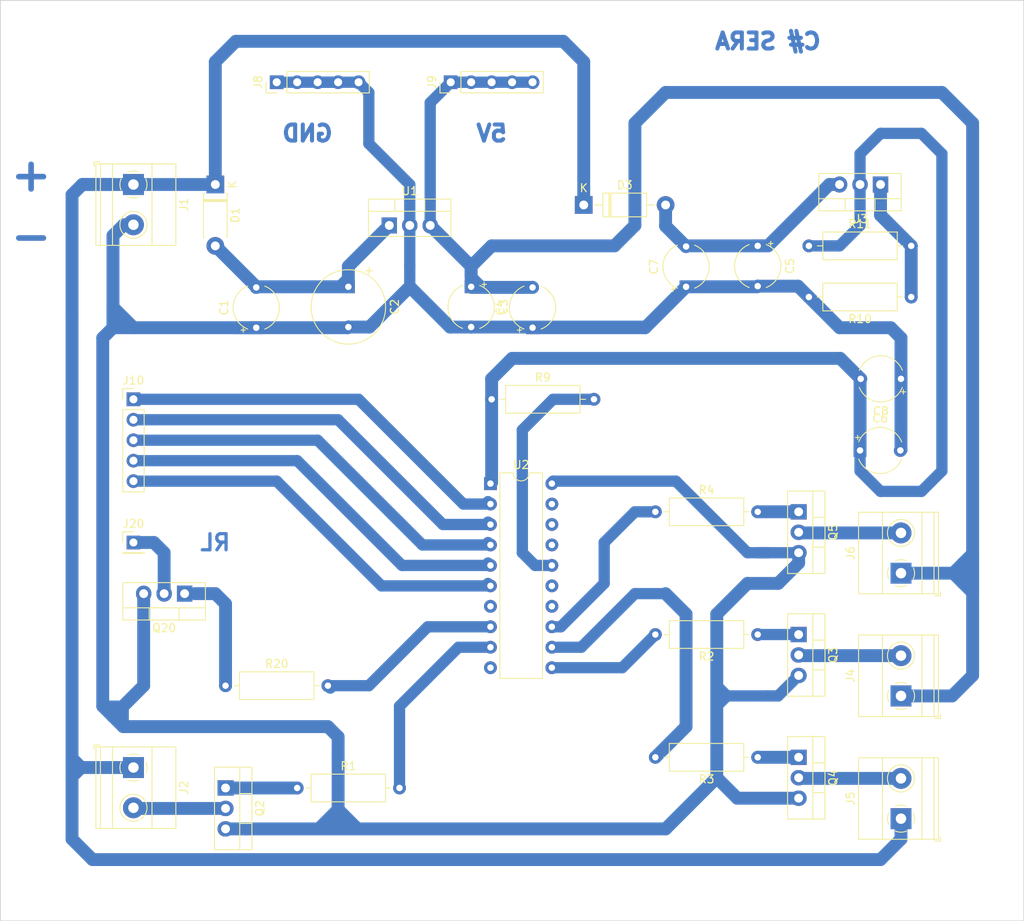
<source format=kicad_pcb>
(kicad_pcb (version 20171130) (host pcbnew "(5.1.10)-1")

  (general
    (thickness 1.6)
    (drawings 10)
    (tracks 274)
    (zones 0)
    (modules 35)
    (nets 36)
  )

  (page A4)
  (layers
    (0 F.Cu signal)
    (31 B.Cu signal)
    (32 B.Adhes user)
    (33 F.Adhes user)
    (34 B.Paste user)
    (35 F.Paste user)
    (36 B.SilkS user)
    (37 F.SilkS user)
    (38 B.Mask user)
    (39 F.Mask user)
    (40 Dwgs.User user)
    (41 Cmts.User user)
    (42 Eco1.User user)
    (43 Eco2.User user)
    (44 Edge.Cuts user)
    (45 Margin user)
    (46 B.CrtYd user)
    (47 F.CrtYd user)
    (48 B.Fab user)
    (49 F.Fab user)
  )

  (setup
    (last_trace_width 0.25)
    (user_trace_width 1.4)
    (user_trace_width 1.4)
    (user_trace_width 1.6)
    (trace_clearance 0.2)
    (zone_clearance 0.508)
    (zone_45_only no)
    (trace_min 0.2)
    (via_size 0.8)
    (via_drill 0.4)
    (via_min_size 0.4)
    (via_min_drill 0.3)
    (uvia_size 0.3)
    (uvia_drill 0.1)
    (uvias_allowed no)
    (uvia_min_size 0.2)
    (uvia_min_drill 0.1)
    (edge_width 0.05)
    (segment_width 0.2)
    (pcb_text_width 0.3)
    (pcb_text_size 1.5 1.5)
    (mod_edge_width 0.12)
    (mod_text_size 1 1)
    (mod_text_width 0.15)
    (pad_size 1.524 1.524)
    (pad_drill 0.762)
    (pad_to_mask_clearance 0)
    (aux_axis_origin 0 0)
    (visible_elements 7FFFFFFF)
    (pcbplotparams
      (layerselection 0x010fc_ffffffff)
      (usegerberextensions false)
      (usegerberattributes true)
      (usegerberadvancedattributes true)
      (creategerberjobfile true)
      (excludeedgelayer false)
      (linewidth 0.100000)
      (plotframeref true)
      (viasonmask false)
      (mode 1)
      (useauxorigin false)
      (hpglpennumber 1)
      (hpglpenspeed 20)
      (hpglpendiameter 15.000000)
      (psnegative false)
      (psa4output false)
      (plotreference true)
      (plotvalue true)
      (plotinvisibletext false)
      (padsonsilk false)
      (subtractmaskfromsilk false)
      (outputformat 4)
      (mirror false)
      (drillshape 2)
      (scaleselection 1)
      (outputdirectory "../../../c# proje/pcb için/C# Sera PCB PDF/"))
  )

  (net 0 "")
  (net 1 GND)
  (net 2 "Net-(C1-Pad2)")
  (net 3 "Net-(C3-Pad1)")
  (net 4 "Net-(J2-Pad2)")
  (net 5 "Net-(J4-Pad2)")
  (net 6 "Net-(J5-Pad2)")
  (net 7 "Net-(J6-Pad2)")
  (net 8 "Net-(J10-Pad1)")
  (net 9 "Net-(J10-Pad2)")
  (net 10 "Net-(J10-Pad3)")
  (net 11 "Net-(J10-Pad4)")
  (net 12 "Net-(J10-Pad5)")
  (net 13 "Net-(Q2-Pad1)")
  (net 14 "Net-(Q3-Pad1)")
  (net 15 "Net-(Q4-Pad1)")
  (net 16 "Net-(Q5-Pad1)")
  (net 17 "Net-(R1-Pad2)")
  (net 18 "Net-(R2-Pad2)")
  (net 19 "Net-(R3-Pad2)")
  (net 20 "Net-(R4-Pad1)")
  (net 21 "Net-(R9-Pad2)")
  (net 22 "Net-(R10-Pad1)")
  (net 23 "Net-(U2-Pad14)")
  (net 24 "Net-(U2-Pad15)")
  (net 25 "Net-(U2-Pad7)")
  (net 26 "Net-(U2-Pad17)")
  (net 27 "Net-(U2-Pad18)")
  (net 28 "Net-(U2-Pad19)")
  (net 29 "Net-(U2-Pad10)")
  (net 30 "Net-(C6-Pad1)")
  (net 31 "Net-(C5-Pad1)")
  (net 32 "Net-(D1-Pad1)")
  (net 33 "Net-(J20-Pad1)")
  (net 34 "Net-(Q20-Pad1)")
  (net 35 "Net-(R20-Pad2)")

  (net_class Default "This is the default net class."
    (clearance 0.2)
    (trace_width 0.25)
    (via_dia 0.8)
    (via_drill 0.4)
    (uvia_dia 0.3)
    (uvia_drill 0.1)
    (add_net GND)
    (add_net "Net-(C1-Pad2)")
    (add_net "Net-(C3-Pad1)")
    (add_net "Net-(C5-Pad1)")
    (add_net "Net-(C6-Pad1)")
    (add_net "Net-(D1-Pad1)")
    (add_net "Net-(J10-Pad1)")
    (add_net "Net-(J10-Pad2)")
    (add_net "Net-(J10-Pad3)")
    (add_net "Net-(J10-Pad4)")
    (add_net "Net-(J10-Pad5)")
    (add_net "Net-(J2-Pad2)")
    (add_net "Net-(J20-Pad1)")
    (add_net "Net-(J4-Pad2)")
    (add_net "Net-(J5-Pad2)")
    (add_net "Net-(J6-Pad2)")
    (add_net "Net-(Q2-Pad1)")
    (add_net "Net-(Q20-Pad1)")
    (add_net "Net-(Q3-Pad1)")
    (add_net "Net-(Q4-Pad1)")
    (add_net "Net-(Q5-Pad1)")
    (add_net "Net-(R1-Pad2)")
    (add_net "Net-(R10-Pad1)")
    (add_net "Net-(R2-Pad2)")
    (add_net "Net-(R20-Pad2)")
    (add_net "Net-(R3-Pad2)")
    (add_net "Net-(R4-Pad1)")
    (add_net "Net-(R9-Pad2)")
    (add_net "Net-(U2-Pad10)")
    (add_net "Net-(U2-Pad14)")
    (add_net "Net-(U2-Pad15)")
    (add_net "Net-(U2-Pad17)")
    (add_net "Net-(U2-Pad18)")
    (add_net "Net-(U2-Pad19)")
    (add_net "Net-(U2-Pad7)")
  )

  (module Resistor_THT:R_Axial_DIN0309_L9.0mm_D3.2mm_P12.70mm_Horizontal (layer F.Cu) (tedit 5AE5139B) (tstamp 61AB9708)
    (at 119.38 142.24)
    (descr "Resistor, Axial_DIN0309 series, Axial, Horizontal, pin pitch=12.7mm, 0.5W = 1/2W, length*diameter=9*3.2mm^2, http://cdn-reichelt.de/documents/datenblatt/B400/1_4W%23YAG.pdf")
    (tags "Resistor Axial_DIN0309 series Axial Horizontal pin pitch 12.7mm 0.5W = 1/2W length 9mm diameter 3.2mm")
    (path /61B57B9C)
    (fp_text reference R1 (at 6.35 -2.72) (layer F.SilkS)
      (effects (font (size 1 1) (thickness 0.15)))
    )
    (fp_text value 1k (at 6.35 2.72) (layer F.Fab)
      (effects (font (size 1 1) (thickness 0.15)))
    )
    (fp_line (start 1.85 -1.6) (end 1.85 1.6) (layer F.Fab) (width 0.1))
    (fp_line (start 1.85 1.6) (end 10.85 1.6) (layer F.Fab) (width 0.1))
    (fp_line (start 10.85 1.6) (end 10.85 -1.6) (layer F.Fab) (width 0.1))
    (fp_line (start 10.85 -1.6) (end 1.85 -1.6) (layer F.Fab) (width 0.1))
    (fp_line (start 0 0) (end 1.85 0) (layer F.Fab) (width 0.1))
    (fp_line (start 12.7 0) (end 10.85 0) (layer F.Fab) (width 0.1))
    (fp_line (start 1.73 -1.72) (end 1.73 1.72) (layer F.SilkS) (width 0.12))
    (fp_line (start 1.73 1.72) (end 10.97 1.72) (layer F.SilkS) (width 0.12))
    (fp_line (start 10.97 1.72) (end 10.97 -1.72) (layer F.SilkS) (width 0.12))
    (fp_line (start 10.97 -1.72) (end 1.73 -1.72) (layer F.SilkS) (width 0.12))
    (fp_line (start 1.04 0) (end 1.73 0) (layer F.SilkS) (width 0.12))
    (fp_line (start 11.66 0) (end 10.97 0) (layer F.SilkS) (width 0.12))
    (fp_line (start -1.05 -1.85) (end -1.05 1.85) (layer F.CrtYd) (width 0.05))
    (fp_line (start -1.05 1.85) (end 13.75 1.85) (layer F.CrtYd) (width 0.05))
    (fp_line (start 13.75 1.85) (end 13.75 -1.85) (layer F.CrtYd) (width 0.05))
    (fp_line (start 13.75 -1.85) (end -1.05 -1.85) (layer F.CrtYd) (width 0.05))
    (fp_text user %R (at 6.35 0) (layer F.Fab)
      (effects (font (size 1 1) (thickness 0.15)))
    )
    (pad 1 thru_hole circle (at 0 0) (size 1.6 1.6) (drill 0.8) (layers *.Cu *.Mask)
      (net 13 "Net-(Q2-Pad1)"))
    (pad 2 thru_hole oval (at 12.7 0) (size 1.6 1.6) (drill 0.8) (layers *.Cu *.Mask)
      (net 17 "Net-(R1-Pad2)"))
    (model ${KISYS3DMOD}/Resistor_THT.3dshapes/R_Axial_DIN0309_L9.0mm_D3.2mm_P12.70mm_Horizontal.wrl
      (at (xyz 0 0 0))
      (scale (xyz 1 1 1))
      (rotate (xyz 0 0 0))
    )
  )

  (module Resistor_THT:R_Axial_DIN0309_L9.0mm_D3.2mm_P12.70mm_Horizontal (layer F.Cu) (tedit 5AE5139B) (tstamp 61AB9736)
    (at 176.53 138.43 180)
    (descr "Resistor, Axial_DIN0309 series, Axial, Horizontal, pin pitch=12.7mm, 0.5W = 1/2W, length*diameter=9*3.2mm^2, http://cdn-reichelt.de/documents/datenblatt/B400/1_4W%23YAG.pdf")
    (tags "Resistor Axial_DIN0309 series Axial Horizontal pin pitch 12.7mm 0.5W = 1/2W length 9mm diameter 3.2mm")
    (path /61B5958F)
    (fp_text reference R3 (at 6.35 -2.72) (layer F.SilkS)
      (effects (font (size 1 1) (thickness 0.15)))
    )
    (fp_text value 1k (at 6.35 2.72) (layer F.Fab)
      (effects (font (size 1 1) (thickness 0.15)))
    )
    (fp_line (start 13.75 -1.85) (end -1.05 -1.85) (layer F.CrtYd) (width 0.05))
    (fp_line (start 13.75 1.85) (end 13.75 -1.85) (layer F.CrtYd) (width 0.05))
    (fp_line (start -1.05 1.85) (end 13.75 1.85) (layer F.CrtYd) (width 0.05))
    (fp_line (start -1.05 -1.85) (end -1.05 1.85) (layer F.CrtYd) (width 0.05))
    (fp_line (start 11.66 0) (end 10.97 0) (layer F.SilkS) (width 0.12))
    (fp_line (start 1.04 0) (end 1.73 0) (layer F.SilkS) (width 0.12))
    (fp_line (start 10.97 -1.72) (end 1.73 -1.72) (layer F.SilkS) (width 0.12))
    (fp_line (start 10.97 1.72) (end 10.97 -1.72) (layer F.SilkS) (width 0.12))
    (fp_line (start 1.73 1.72) (end 10.97 1.72) (layer F.SilkS) (width 0.12))
    (fp_line (start 1.73 -1.72) (end 1.73 1.72) (layer F.SilkS) (width 0.12))
    (fp_line (start 12.7 0) (end 10.85 0) (layer F.Fab) (width 0.1))
    (fp_line (start 0 0) (end 1.85 0) (layer F.Fab) (width 0.1))
    (fp_line (start 10.85 -1.6) (end 1.85 -1.6) (layer F.Fab) (width 0.1))
    (fp_line (start 10.85 1.6) (end 10.85 -1.6) (layer F.Fab) (width 0.1))
    (fp_line (start 1.85 1.6) (end 10.85 1.6) (layer F.Fab) (width 0.1))
    (fp_line (start 1.85 -1.6) (end 1.85 1.6) (layer F.Fab) (width 0.1))
    (fp_text user %R (at 6.35 0) (layer F.Fab)
      (effects (font (size 1 1) (thickness 0.15)))
    )
    (pad 2 thru_hole oval (at 12.7 0 180) (size 1.6 1.6) (drill 0.8) (layers *.Cu *.Mask)
      (net 19 "Net-(R3-Pad2)"))
    (pad 1 thru_hole circle (at 0 0 180) (size 1.6 1.6) (drill 0.8) (layers *.Cu *.Mask)
      (net 15 "Net-(Q4-Pad1)"))
    (model ${KISYS3DMOD}/Resistor_THT.3dshapes/R_Axial_DIN0309_L9.0mm_D3.2mm_P12.70mm_Horizontal.wrl
      (at (xyz 0 0 0))
      (scale (xyz 1 1 1))
      (rotate (xyz 0 0 0))
    )
  )

  (module TerminalBlock_Phoenix:TerminalBlock_Phoenix_MKDS-1,5-2_1x02_P5.00mm_Horizontal (layer F.Cu) (tedit 5B294EE5) (tstamp 61AB9614)
    (at 194.31 146.05 90)
    (descr "Terminal Block Phoenix MKDS-1,5-2, 2 pins, pitch 5mm, size 10x9.8mm^2, drill diamater 1.3mm, pad diameter 2.6mm, see http://www.farnell.com/datasheets/100425.pdf, script-generated using https://github.com/pointhi/kicad-footprint-generator/scripts/TerminalBlock_Phoenix")
    (tags "THT Terminal Block Phoenix MKDS-1,5-2 pitch 5mm size 10x9.8mm^2 drill 1.3mm pad 2.6mm")
    (path /61B970BE)
    (fp_text reference J5 (at 2.5 -6.26 90) (layer F.SilkS)
      (effects (font (size 1 1) (thickness 0.15)))
    )
    (fp_text value "12V FAN" (at 2.5 5.66 90) (layer F.Fab)
      (effects (font (size 1 1) (thickness 0.15)))
    )
    (fp_circle (center 0 0) (end 1.5 0) (layer F.Fab) (width 0.1))
    (fp_circle (center 5 0) (end 6.5 0) (layer F.Fab) (width 0.1))
    (fp_circle (center 5 0) (end 6.68 0) (layer F.SilkS) (width 0.12))
    (fp_line (start -2.5 -5.2) (end 7.5 -5.2) (layer F.Fab) (width 0.1))
    (fp_line (start 7.5 -5.2) (end 7.5 4.6) (layer F.Fab) (width 0.1))
    (fp_line (start 7.5 4.6) (end -2 4.6) (layer F.Fab) (width 0.1))
    (fp_line (start -2 4.6) (end -2.5 4.1) (layer F.Fab) (width 0.1))
    (fp_line (start -2.5 4.1) (end -2.5 -5.2) (layer F.Fab) (width 0.1))
    (fp_line (start -2.5 4.1) (end 7.5 4.1) (layer F.Fab) (width 0.1))
    (fp_line (start -2.56 4.1) (end 7.56 4.1) (layer F.SilkS) (width 0.12))
    (fp_line (start -2.5 2.6) (end 7.5 2.6) (layer F.Fab) (width 0.1))
    (fp_line (start -2.56 2.6) (end 7.56 2.6) (layer F.SilkS) (width 0.12))
    (fp_line (start -2.5 -2.3) (end 7.5 -2.3) (layer F.Fab) (width 0.1))
    (fp_line (start -2.56 -2.301) (end 7.56 -2.301) (layer F.SilkS) (width 0.12))
    (fp_line (start -2.56 -5.261) (end 7.56 -5.261) (layer F.SilkS) (width 0.12))
    (fp_line (start -2.56 4.66) (end 7.56 4.66) (layer F.SilkS) (width 0.12))
    (fp_line (start -2.56 -5.261) (end -2.56 4.66) (layer F.SilkS) (width 0.12))
    (fp_line (start 7.56 -5.261) (end 7.56 4.66) (layer F.SilkS) (width 0.12))
    (fp_line (start 1.138 -0.955) (end -0.955 1.138) (layer F.Fab) (width 0.1))
    (fp_line (start 0.955 -1.138) (end -1.138 0.955) (layer F.Fab) (width 0.1))
    (fp_line (start 6.138 -0.955) (end 4.046 1.138) (layer F.Fab) (width 0.1))
    (fp_line (start 5.955 -1.138) (end 3.863 0.955) (layer F.Fab) (width 0.1))
    (fp_line (start 6.275 -1.069) (end 6.228 -1.023) (layer F.SilkS) (width 0.12))
    (fp_line (start 3.966 1.239) (end 3.931 1.274) (layer F.SilkS) (width 0.12))
    (fp_line (start 6.07 -1.275) (end 6.035 -1.239) (layer F.SilkS) (width 0.12))
    (fp_line (start 3.773 1.023) (end 3.726 1.069) (layer F.SilkS) (width 0.12))
    (fp_line (start -2.8 4.16) (end -2.8 4.9) (layer F.SilkS) (width 0.12))
    (fp_line (start -2.8 4.9) (end -2.3 4.9) (layer F.SilkS) (width 0.12))
    (fp_line (start -3 -5.71) (end -3 5.1) (layer F.CrtYd) (width 0.05))
    (fp_line (start -3 5.1) (end 8 5.1) (layer F.CrtYd) (width 0.05))
    (fp_line (start 8 5.1) (end 8 -5.71) (layer F.CrtYd) (width 0.05))
    (fp_line (start 8 -5.71) (end -3 -5.71) (layer F.CrtYd) (width 0.05))
    (fp_arc (start 0 0) (end 0 1.68) (angle -24) (layer F.SilkS) (width 0.12))
    (fp_arc (start 0 0) (end 1.535 0.684) (angle -48) (layer F.SilkS) (width 0.12))
    (fp_arc (start 0 0) (end 0.684 -1.535) (angle -48) (layer F.SilkS) (width 0.12))
    (fp_arc (start 0 0) (end -1.535 -0.684) (angle -48) (layer F.SilkS) (width 0.12))
    (fp_arc (start 0 0) (end -0.684 1.535) (angle -25) (layer F.SilkS) (width 0.12))
    (fp_text user %R (at 2.5 3.2 90) (layer F.Fab)
      (effects (font (size 1 1) (thickness 0.15)))
    )
    (pad 1 thru_hole rect (at 0 0 90) (size 2.6 2.6) (drill 1.3) (layers *.Cu *.Mask)
      (net 32 "Net-(D1-Pad1)"))
    (pad 2 thru_hole circle (at 5 0 90) (size 2.6 2.6) (drill 1.3) (layers *.Cu *.Mask)
      (net 6 "Net-(J5-Pad2)"))
    (model ${KISYS3DMOD}/TerminalBlock_Phoenix.3dshapes/TerminalBlock_Phoenix_MKDS-1,5-2_1x02_P5.00mm_Horizontal.wrl
      (at (xyz 0 0 0))
      (scale (xyz 1 1 1))
      (rotate (xyz 0 0 0))
    )
  )

  (module Package_TO_SOT_THT:TO-220-3_Vertical (layer F.Cu) (tedit 5AC8BA0D) (tstamp 61AB96D7)
    (at 181.61 138.43 270)
    (descr "TO-220-3, Vertical, RM 2.54mm, see https://www.vishay.com/docs/66542/to-220-1.pdf")
    (tags "TO-220-3 Vertical RM 2.54mm")
    (path /61B4E139)
    (fp_text reference Q4 (at 2.54 -4.27 90) (layer F.SilkS)
      (effects (font (size 1 1) (thickness 0.15)))
    )
    (fp_text value TIP41 (at 2.54 2.5 90) (layer F.Fab)
      (effects (font (size 1 1) (thickness 0.15)))
    )
    (fp_line (start 7.79 -3.4) (end -2.71 -3.4) (layer F.CrtYd) (width 0.05))
    (fp_line (start 7.79 1.51) (end 7.79 -3.4) (layer F.CrtYd) (width 0.05))
    (fp_line (start -2.71 1.51) (end 7.79 1.51) (layer F.CrtYd) (width 0.05))
    (fp_line (start -2.71 -3.4) (end -2.71 1.51) (layer F.CrtYd) (width 0.05))
    (fp_line (start 4.391 -3.27) (end 4.391 -1.76) (layer F.SilkS) (width 0.12))
    (fp_line (start 0.69 -3.27) (end 0.69 -1.76) (layer F.SilkS) (width 0.12))
    (fp_line (start -2.58 -1.76) (end 7.66 -1.76) (layer F.SilkS) (width 0.12))
    (fp_line (start 7.66 -3.27) (end 7.66 1.371) (layer F.SilkS) (width 0.12))
    (fp_line (start -2.58 -3.27) (end -2.58 1.371) (layer F.SilkS) (width 0.12))
    (fp_line (start -2.58 1.371) (end 7.66 1.371) (layer F.SilkS) (width 0.12))
    (fp_line (start -2.58 -3.27) (end 7.66 -3.27) (layer F.SilkS) (width 0.12))
    (fp_line (start 4.39 -3.15) (end 4.39 -1.88) (layer F.Fab) (width 0.1))
    (fp_line (start 0.69 -3.15) (end 0.69 -1.88) (layer F.Fab) (width 0.1))
    (fp_line (start -2.46 -1.88) (end 7.54 -1.88) (layer F.Fab) (width 0.1))
    (fp_line (start 7.54 -3.15) (end -2.46 -3.15) (layer F.Fab) (width 0.1))
    (fp_line (start 7.54 1.25) (end 7.54 -3.15) (layer F.Fab) (width 0.1))
    (fp_line (start -2.46 1.25) (end 7.54 1.25) (layer F.Fab) (width 0.1))
    (fp_line (start -2.46 -3.15) (end -2.46 1.25) (layer F.Fab) (width 0.1))
    (fp_text user %R (at 2.54 -4.27 90) (layer F.Fab)
      (effects (font (size 1 1) (thickness 0.15)))
    )
    (pad 3 thru_hole oval (at 5.08 0 270) (size 1.905 2) (drill 1.1) (layers *.Cu *.Mask)
      (net 1 GND))
    (pad 2 thru_hole oval (at 2.54 0 270) (size 1.905 2) (drill 1.1) (layers *.Cu *.Mask)
      (net 6 "Net-(J5-Pad2)"))
    (pad 1 thru_hole rect (at 0 0 270) (size 1.905 2) (drill 1.1) (layers *.Cu *.Mask)
      (net 15 "Net-(Q4-Pad1)"))
    (model ${KISYS3DMOD}/Package_TO_SOT_THT.3dshapes/TO-220-3_Vertical.wrl
      (at (xyz 0 0 0))
      (scale (xyz 1 1 1))
      (rotate (xyz 0 0 0))
    )
  )

  (module Capacitor_THT:CP_Radial_Tantal_D9.0mm_P5.00mm (layer F.Cu) (tedit 5AE50EF0) (tstamp 61AB94D7)
    (at 125.73 80.01 270)
    (descr "CP, Radial_Tantal series, Radial, pin pitch=5.00mm, , diameter=9.0mm, Tantal Electrolytic Capacitor, http://cdn-reichelt.de/documents/datenblatt/B300/TANTAL-TB-Serie%23.pdf")
    (tags "CP Radial_Tantal series Radial pin pitch 5.00mm  diameter 9.0mm Tantal Electrolytic Capacitor")
    (path /61A6B29C)
    (fp_text reference C2 (at 2.5 -5.75 90) (layer F.SilkS)
      (effects (font (size 1 1) (thickness 0.15)))
    )
    (fp_text value 470uF (at 2.5 5.75 90) (layer F.Fab)
      (effects (font (size 1 1) (thickness 0.15)))
    )
    (fp_circle (center 2.5 0) (end 7 0) (layer F.Fab) (width 0.1))
    (fp_circle (center 2.5 0) (end 7.12 0) (layer F.SilkS) (width 0.12))
    (fp_circle (center 2.5 0) (end 7.25 0) (layer F.CrtYd) (width 0.05))
    (fp_line (start -1.35781 -1.9675) (end -0.45781 -1.9675) (layer F.Fab) (width 0.1))
    (fp_line (start -0.90781 -2.4175) (end -0.90781 -1.5175) (layer F.Fab) (width 0.1))
    (fp_line (start -2.444672 -2.595) (end -1.544672 -2.595) (layer F.SilkS) (width 0.12))
    (fp_line (start -1.994672 -3.045) (end -1.994672 -2.145) (layer F.SilkS) (width 0.12))
    (fp_text user %R (at 2.5 0 90) (layer F.Fab)
      (effects (font (size 1 1) (thickness 0.15)))
    )
    (pad 1 thru_hole rect (at 0 0 270) (size 1.6 1.6) (drill 0.8) (layers *.Cu *.Mask)
      (net 2 "Net-(C1-Pad2)"))
    (pad 2 thru_hole circle (at 5 0 270) (size 1.6 1.6) (drill 0.8) (layers *.Cu *.Mask)
      (net 1 GND))
    (model ${KISYS3DMOD}/Capacitor_THT.3dshapes/CP_Radial_Tantal_D9.0mm_P5.00mm.wrl
      (at (xyz 0 0 0))
      (scale (xyz 1 1 1))
      (rotate (xyz 0 0 0))
    )
  )

  (module Capacitor_THT:CP_Radial_Tantal_D5.5mm_P5.00mm (layer F.Cu) (tedit 5AE50EF0) (tstamp 61AB94E6)
    (at 140.97 80.01 270)
    (descr "CP, Radial_Tantal series, Radial, pin pitch=5.00mm, , diameter=5.5mm, Tantal Electrolytic Capacitor, http://cdn-reichelt.de/documents/datenblatt/B300/TANTAL-TB-Serie%23.pdf")
    (tags "CP Radial_Tantal series Radial pin pitch 5.00mm  diameter 5.5mm Tantal Electrolytic Capacitor")
    (path /61A6A376)
    (fp_text reference C3 (at 2.5 -4 90) (layer F.SilkS)
      (effects (font (size 1 1) (thickness 0.15)))
    )
    (fp_text value 1uF (at 2.5 4 90) (layer F.Fab)
      (effects (font (size 1 1) (thickness 0.15)))
    )
    (fp_line (start -0.297262 -1.89) (end -0.297262 -1.34) (layer F.SilkS) (width 0.12))
    (fp_line (start -0.572262 -1.615) (end -0.022262 -1.615) (layer F.SilkS) (width 0.12))
    (fp_line (start 0.425869 -1.4725) (end 0.425869 -0.9225) (layer F.Fab) (width 0.1))
    (fp_line (start 0.150869 -1.1975) (end 0.700869 -1.1975) (layer F.Fab) (width 0.1))
    (fp_circle (center 2.5 0) (end 6.22 0) (layer F.CrtYd) (width 0.05))
    (fp_circle (center 2.5 0) (end 5.25 0) (layer F.Fab) (width 0.1))
    (fp_text user %R (at 2.5 0 90) (layer F.Fab)
      (effects (font (size 1 1) (thickness 0.15)))
    )
    (fp_arc (start 2.5 0) (end -0.167077 1.06) (angle -136.650411) (layer F.SilkS) (width 0.12))
    (fp_arc (start 2.5 0) (end -0.167077 -1.06) (angle 136.650411) (layer F.SilkS) (width 0.12))
    (pad 2 thru_hole circle (at 5 0 270) (size 1.6 1.6) (drill 0.8) (layers *.Cu *.Mask)
      (net 1 GND))
    (pad 1 thru_hole rect (at 0 0 270) (size 1.6 1.6) (drill 0.8) (layers *.Cu *.Mask)
      (net 3 "Net-(C3-Pad1)"))
    (model ${KISYS3DMOD}/Capacitor_THT.3dshapes/CP_Radial_Tantal_D5.5mm_P5.00mm.wrl
      (at (xyz 0 0 0))
      (scale (xyz 1 1 1))
      (rotate (xyz 0 0 0))
    )
  )

  (module Capacitor_THT:CP_Radial_Tantal_D5.5mm_P5.00mm (layer F.Cu) (tedit 5AE50EF0) (tstamp 61AB9512)
    (at 189.23 100.33)
    (descr "CP, Radial_Tantal series, Radial, pin pitch=5.00mm, , diameter=5.5mm, Tantal Electrolytic Capacitor, http://cdn-reichelt.de/documents/datenblatt/B300/TANTAL-TB-Serie%23.pdf")
    (tags "CP Radial_Tantal series Radial pin pitch 5.00mm  diameter 5.5mm Tantal Electrolytic Capacitor")
    (path /61A7CC8C)
    (fp_text reference C6 (at 2.5 -4) (layer F.SilkS)
      (effects (font (size 1 1) (thickness 0.15)))
    )
    (fp_text value 10uF (at 2.5 4) (layer F.Fab)
      (effects (font (size 1 1) (thickness 0.15)))
    )
    (fp_line (start -0.297262 -1.89) (end -0.297262 -1.34) (layer F.SilkS) (width 0.12))
    (fp_line (start -0.572262 -1.615) (end -0.022262 -1.615) (layer F.SilkS) (width 0.12))
    (fp_line (start 0.425869 -1.4725) (end 0.425869 -0.9225) (layer F.Fab) (width 0.1))
    (fp_line (start 0.150869 -1.1975) (end 0.700869 -1.1975) (layer F.Fab) (width 0.1))
    (fp_circle (center 2.5 0) (end 6.22 0) (layer F.CrtYd) (width 0.05))
    (fp_circle (center 2.5 0) (end 5.25 0) (layer F.Fab) (width 0.1))
    (fp_text user %R (at 2.5 0) (layer F.Fab)
      (effects (font (size 1 1) (thickness 0.15)))
    )
    (fp_arc (start 2.5 0) (end -0.167077 1.06) (angle -136.650411) (layer F.SilkS) (width 0.12))
    (fp_arc (start 2.5 0) (end -0.167077 -1.06) (angle 136.650411) (layer F.SilkS) (width 0.12))
    (pad 2 thru_hole circle (at 5 0) (size 1.6 1.6) (drill 0.8) (layers *.Cu *.Mask)
      (net 1 GND))
    (pad 1 thru_hole rect (at 0 0) (size 1.6 1.6) (drill 0.8) (layers *.Cu *.Mask)
      (net 30 "Net-(C6-Pad1)"))
    (model ${KISYS3DMOD}/Capacitor_THT.3dshapes/CP_Radial_Tantal_D5.5mm_P5.00mm.wrl
      (at (xyz 0 0 0))
      (scale (xyz 1 1 1))
      (rotate (xyz 0 0 0))
    )
  )

  (module Diode_THT:D_DO-41_SOD81_P7.62mm_Horizontal (layer F.Cu) (tedit 5AE50CD5) (tstamp 61AB954D)
    (at 109.22 67.31 270)
    (descr "Diode, DO-41_SOD81 series, Axial, Horizontal, pin pitch=7.62mm, , length*diameter=5.2*2.7mm^2, , http://www.diodes.com/_files/packages/DO-41%20(Plastic).pdf")
    (tags "Diode DO-41_SOD81 series Axial Horizontal pin pitch 7.62mm  length 5.2mm diameter 2.7mm")
    (path /61A71688)
    (fp_text reference D1 (at 3.81 -2.47 90) (layer F.SilkS)
      (effects (font (size 1 1) (thickness 0.15)))
    )
    (fp_text value 1N4007 (at 3.81 2.47 90) (layer F.Fab)
      (effects (font (size 1 1) (thickness 0.15)))
    )
    (fp_line (start 1.21 -1.35) (end 1.21 1.35) (layer F.Fab) (width 0.1))
    (fp_line (start 1.21 1.35) (end 6.41 1.35) (layer F.Fab) (width 0.1))
    (fp_line (start 6.41 1.35) (end 6.41 -1.35) (layer F.Fab) (width 0.1))
    (fp_line (start 6.41 -1.35) (end 1.21 -1.35) (layer F.Fab) (width 0.1))
    (fp_line (start 0 0) (end 1.21 0) (layer F.Fab) (width 0.1))
    (fp_line (start 7.62 0) (end 6.41 0) (layer F.Fab) (width 0.1))
    (fp_line (start 1.99 -1.35) (end 1.99 1.35) (layer F.Fab) (width 0.1))
    (fp_line (start 2.09 -1.35) (end 2.09 1.35) (layer F.Fab) (width 0.1))
    (fp_line (start 1.89 -1.35) (end 1.89 1.35) (layer F.Fab) (width 0.1))
    (fp_line (start 1.09 -1.34) (end 1.09 -1.47) (layer F.SilkS) (width 0.12))
    (fp_line (start 1.09 -1.47) (end 6.53 -1.47) (layer F.SilkS) (width 0.12))
    (fp_line (start 6.53 -1.47) (end 6.53 -1.34) (layer F.SilkS) (width 0.12))
    (fp_line (start 1.09 1.34) (end 1.09 1.47) (layer F.SilkS) (width 0.12))
    (fp_line (start 1.09 1.47) (end 6.53 1.47) (layer F.SilkS) (width 0.12))
    (fp_line (start 6.53 1.47) (end 6.53 1.34) (layer F.SilkS) (width 0.12))
    (fp_line (start 1.99 -1.47) (end 1.99 1.47) (layer F.SilkS) (width 0.12))
    (fp_line (start 2.11 -1.47) (end 2.11 1.47) (layer F.SilkS) (width 0.12))
    (fp_line (start 1.87 -1.47) (end 1.87 1.47) (layer F.SilkS) (width 0.12))
    (fp_line (start -1.35 -1.6) (end -1.35 1.6) (layer F.CrtYd) (width 0.05))
    (fp_line (start -1.35 1.6) (end 8.97 1.6) (layer F.CrtYd) (width 0.05))
    (fp_line (start 8.97 1.6) (end 8.97 -1.6) (layer F.CrtYd) (width 0.05))
    (fp_line (start 8.97 -1.6) (end -1.35 -1.6) (layer F.CrtYd) (width 0.05))
    (fp_text user %R (at 4.2 0 90) (layer F.Fab)
      (effects (font (size 1 1) (thickness 0.15)))
    )
    (fp_text user K (at 0 -2.1 90) (layer F.Fab)
      (effects (font (size 1 1) (thickness 0.15)))
    )
    (fp_text user K (at 0 -2.1 90) (layer F.SilkS)
      (effects (font (size 1 1) (thickness 0.15)))
    )
    (pad 1 thru_hole rect (at 0 0 270) (size 2.2 2.2) (drill 1.1) (layers *.Cu *.Mask)
      (net 32 "Net-(D1-Pad1)"))
    (pad 2 thru_hole oval (at 7.62 0 270) (size 2.2 2.2) (drill 1.1) (layers *.Cu *.Mask)
      (net 2 "Net-(C1-Pad2)"))
    (model ${KISYS3DMOD}/Diode_THT.3dshapes/D_DO-41_SOD81_P7.62mm_Horizontal.wrl
      (at (xyz 0 0 0))
      (scale (xyz 1 1 1))
      (rotate (xyz 0 0 0))
    )
  )

  (module TerminalBlock_Phoenix:TerminalBlock_Phoenix_MKDS-1,5-2_1x02_P5.00mm_Horizontal (layer F.Cu) (tedit 5B294EE5) (tstamp 61AB9579)
    (at 99.06 67.31 270)
    (descr "Terminal Block Phoenix MKDS-1,5-2, 2 pins, pitch 5mm, size 10x9.8mm^2, drill diamater 1.3mm, pad diameter 2.6mm, see http://www.farnell.com/datasheets/100425.pdf, script-generated using https://github.com/pointhi/kicad-footprint-generator/scripts/TerminalBlock_Phoenix")
    (tags "THT Terminal Block Phoenix MKDS-1,5-2 pitch 5mm size 10x9.8mm^2 drill 1.3mm pad 2.6mm")
    (path /61AAA2AA)
    (fp_text reference J1 (at 2.5 -6.26 90) (layer F.SilkS)
      (effects (font (size 1 1) (thickness 0.15)))
    )
    (fp_text value "12V 10 AMPER" (at 2.5 5.66 90) (layer F.Fab)
      (effects (font (size 1 1) (thickness 0.15)))
    )
    (fp_line (start 8 -5.71) (end -3 -5.71) (layer F.CrtYd) (width 0.05))
    (fp_line (start 8 5.1) (end 8 -5.71) (layer F.CrtYd) (width 0.05))
    (fp_line (start -3 5.1) (end 8 5.1) (layer F.CrtYd) (width 0.05))
    (fp_line (start -3 -5.71) (end -3 5.1) (layer F.CrtYd) (width 0.05))
    (fp_line (start -2.8 4.9) (end -2.3 4.9) (layer F.SilkS) (width 0.12))
    (fp_line (start -2.8 4.16) (end -2.8 4.9) (layer F.SilkS) (width 0.12))
    (fp_line (start 3.773 1.023) (end 3.726 1.069) (layer F.SilkS) (width 0.12))
    (fp_line (start 6.07 -1.275) (end 6.035 -1.239) (layer F.SilkS) (width 0.12))
    (fp_line (start 3.966 1.239) (end 3.931 1.274) (layer F.SilkS) (width 0.12))
    (fp_line (start 6.275 -1.069) (end 6.228 -1.023) (layer F.SilkS) (width 0.12))
    (fp_line (start 5.955 -1.138) (end 3.863 0.955) (layer F.Fab) (width 0.1))
    (fp_line (start 6.138 -0.955) (end 4.046 1.138) (layer F.Fab) (width 0.1))
    (fp_line (start 0.955 -1.138) (end -1.138 0.955) (layer F.Fab) (width 0.1))
    (fp_line (start 1.138 -0.955) (end -0.955 1.138) (layer F.Fab) (width 0.1))
    (fp_line (start 7.56 -5.261) (end 7.56 4.66) (layer F.SilkS) (width 0.12))
    (fp_line (start -2.56 -5.261) (end -2.56 4.66) (layer F.SilkS) (width 0.12))
    (fp_line (start -2.56 4.66) (end 7.56 4.66) (layer F.SilkS) (width 0.12))
    (fp_line (start -2.56 -5.261) (end 7.56 -5.261) (layer F.SilkS) (width 0.12))
    (fp_line (start -2.56 -2.301) (end 7.56 -2.301) (layer F.SilkS) (width 0.12))
    (fp_line (start -2.5 -2.3) (end 7.5 -2.3) (layer F.Fab) (width 0.1))
    (fp_line (start -2.56 2.6) (end 7.56 2.6) (layer F.SilkS) (width 0.12))
    (fp_line (start -2.5 2.6) (end 7.5 2.6) (layer F.Fab) (width 0.1))
    (fp_line (start -2.56 4.1) (end 7.56 4.1) (layer F.SilkS) (width 0.12))
    (fp_line (start -2.5 4.1) (end 7.5 4.1) (layer F.Fab) (width 0.1))
    (fp_line (start -2.5 4.1) (end -2.5 -5.2) (layer F.Fab) (width 0.1))
    (fp_line (start -2 4.6) (end -2.5 4.1) (layer F.Fab) (width 0.1))
    (fp_line (start 7.5 4.6) (end -2 4.6) (layer F.Fab) (width 0.1))
    (fp_line (start 7.5 -5.2) (end 7.5 4.6) (layer F.Fab) (width 0.1))
    (fp_line (start -2.5 -5.2) (end 7.5 -5.2) (layer F.Fab) (width 0.1))
    (fp_circle (center 5 0) (end 6.68 0) (layer F.SilkS) (width 0.12))
    (fp_circle (center 5 0) (end 6.5 0) (layer F.Fab) (width 0.1))
    (fp_circle (center 0 0) (end 1.5 0) (layer F.Fab) (width 0.1))
    (fp_text user %R (at 2.5 3.2 90) (layer F.Fab)
      (effects (font (size 1 1) (thickness 0.15)))
    )
    (fp_arc (start 0 0) (end -0.684 1.535) (angle -25) (layer F.SilkS) (width 0.12))
    (fp_arc (start 0 0) (end -1.535 -0.684) (angle -48) (layer F.SilkS) (width 0.12))
    (fp_arc (start 0 0) (end 0.684 -1.535) (angle -48) (layer F.SilkS) (width 0.12))
    (fp_arc (start 0 0) (end 1.535 0.684) (angle -48) (layer F.SilkS) (width 0.12))
    (fp_arc (start 0 0) (end 0 1.68) (angle -24) (layer F.SilkS) (width 0.12))
    (pad 2 thru_hole circle (at 5 0 270) (size 2.6 2.6) (drill 1.3) (layers *.Cu *.Mask)
      (net 1 GND))
    (pad 1 thru_hole rect (at 0 0 270) (size 2.6 2.6) (drill 1.3) (layers *.Cu *.Mask)
      (net 32 "Net-(D1-Pad1)"))
    (model ${KISYS3DMOD}/TerminalBlock_Phoenix.3dshapes/TerminalBlock_Phoenix_MKDS-1,5-2_1x02_P5.00mm_Horizontal.wrl
      (at (xyz 0 0 0))
      (scale (xyz 1 1 1))
      (rotate (xyz 0 0 0))
    )
  )

  (module TerminalBlock_Phoenix:TerminalBlock_Phoenix_MKDS-1,5-2_1x02_P5.00mm_Horizontal (layer F.Cu) (tedit 5B294EE5) (tstamp 61AB95A5)
    (at 99.06 139.7 270)
    (descr "Terminal Block Phoenix MKDS-1,5-2, 2 pins, pitch 5mm, size 10x9.8mm^2, drill diamater 1.3mm, pad diameter 2.6mm, see http://www.farnell.com/datasheets/100425.pdf, script-generated using https://github.com/pointhi/kicad-footprint-generator/scripts/TerminalBlock_Phoenix")
    (tags "THT Terminal Block Phoenix MKDS-1,5-2 pitch 5mm size 10x9.8mm^2 drill 1.3mm pad 2.6mm")
    (path /61ADAB1E)
    (fp_text reference J2 (at 2.5 -6.26 90) (layer F.SilkS)
      (effects (font (size 1 1) (thickness 0.15)))
    )
    (fp_text value "12V AMPÜL" (at 2.5 5.66 90) (layer F.Fab)
      (effects (font (size 1 1) (thickness 0.15)))
    )
    (fp_circle (center 0 0) (end 1.5 0) (layer F.Fab) (width 0.1))
    (fp_circle (center 5 0) (end 6.5 0) (layer F.Fab) (width 0.1))
    (fp_circle (center 5 0) (end 6.68 0) (layer F.SilkS) (width 0.12))
    (fp_line (start -2.5 -5.2) (end 7.5 -5.2) (layer F.Fab) (width 0.1))
    (fp_line (start 7.5 -5.2) (end 7.5 4.6) (layer F.Fab) (width 0.1))
    (fp_line (start 7.5 4.6) (end -2 4.6) (layer F.Fab) (width 0.1))
    (fp_line (start -2 4.6) (end -2.5 4.1) (layer F.Fab) (width 0.1))
    (fp_line (start -2.5 4.1) (end -2.5 -5.2) (layer F.Fab) (width 0.1))
    (fp_line (start -2.5 4.1) (end 7.5 4.1) (layer F.Fab) (width 0.1))
    (fp_line (start -2.56 4.1) (end 7.56 4.1) (layer F.SilkS) (width 0.12))
    (fp_line (start -2.5 2.6) (end 7.5 2.6) (layer F.Fab) (width 0.1))
    (fp_line (start -2.56 2.6) (end 7.56 2.6) (layer F.SilkS) (width 0.12))
    (fp_line (start -2.5 -2.3) (end 7.5 -2.3) (layer F.Fab) (width 0.1))
    (fp_line (start -2.56 -2.301) (end 7.56 -2.301) (layer F.SilkS) (width 0.12))
    (fp_line (start -2.56 -5.261) (end 7.56 -5.261) (layer F.SilkS) (width 0.12))
    (fp_line (start -2.56 4.66) (end 7.56 4.66) (layer F.SilkS) (width 0.12))
    (fp_line (start -2.56 -5.261) (end -2.56 4.66) (layer F.SilkS) (width 0.12))
    (fp_line (start 7.56 -5.261) (end 7.56 4.66) (layer F.SilkS) (width 0.12))
    (fp_line (start 1.138 -0.955) (end -0.955 1.138) (layer F.Fab) (width 0.1))
    (fp_line (start 0.955 -1.138) (end -1.138 0.955) (layer F.Fab) (width 0.1))
    (fp_line (start 6.138 -0.955) (end 4.046 1.138) (layer F.Fab) (width 0.1))
    (fp_line (start 5.955 -1.138) (end 3.863 0.955) (layer F.Fab) (width 0.1))
    (fp_line (start 6.275 -1.069) (end 6.228 -1.023) (layer F.SilkS) (width 0.12))
    (fp_line (start 3.966 1.239) (end 3.931 1.274) (layer F.SilkS) (width 0.12))
    (fp_line (start 6.07 -1.275) (end 6.035 -1.239) (layer F.SilkS) (width 0.12))
    (fp_line (start 3.773 1.023) (end 3.726 1.069) (layer F.SilkS) (width 0.12))
    (fp_line (start -2.8 4.16) (end -2.8 4.9) (layer F.SilkS) (width 0.12))
    (fp_line (start -2.8 4.9) (end -2.3 4.9) (layer F.SilkS) (width 0.12))
    (fp_line (start -3 -5.71) (end -3 5.1) (layer F.CrtYd) (width 0.05))
    (fp_line (start -3 5.1) (end 8 5.1) (layer F.CrtYd) (width 0.05))
    (fp_line (start 8 5.1) (end 8 -5.71) (layer F.CrtYd) (width 0.05))
    (fp_line (start 8 -5.71) (end -3 -5.71) (layer F.CrtYd) (width 0.05))
    (fp_arc (start 0 0) (end 0 1.68) (angle -24) (layer F.SilkS) (width 0.12))
    (fp_arc (start 0 0) (end 1.535 0.684) (angle -48) (layer F.SilkS) (width 0.12))
    (fp_arc (start 0 0) (end 0.684 -1.535) (angle -48) (layer F.SilkS) (width 0.12))
    (fp_arc (start 0 0) (end -1.535 -0.684) (angle -48) (layer F.SilkS) (width 0.12))
    (fp_arc (start 0 0) (end -0.684 1.535) (angle -25) (layer F.SilkS) (width 0.12))
    (fp_text user %R (at 2.5 3.2 90) (layer F.Fab)
      (effects (font (size 1 1) (thickness 0.15)))
    )
    (pad 1 thru_hole rect (at 0 0 270) (size 2.6 2.6) (drill 1.3) (layers *.Cu *.Mask)
      (net 32 "Net-(D1-Pad1)"))
    (pad 2 thru_hole circle (at 5 0 270) (size 2.6 2.6) (drill 1.3) (layers *.Cu *.Mask)
      (net 4 "Net-(J2-Pad2)"))
    (model ${KISYS3DMOD}/TerminalBlock_Phoenix.3dshapes/TerminalBlock_Phoenix_MKDS-1,5-2_1x02_P5.00mm_Horizontal.wrl
      (at (xyz 0 0 0))
      (scale (xyz 1 1 1))
      (rotate (xyz 0 0 0))
    )
  )

  (module TerminalBlock_Phoenix:TerminalBlock_Phoenix_MKDS-1,5-2_1x02_P5.00mm_Horizontal (layer F.Cu) (tedit 5B294EE5) (tstamp 61AB95E8)
    (at 194.31 130.81 90)
    (descr "Terminal Block Phoenix MKDS-1,5-2, 2 pins, pitch 5mm, size 10x9.8mm^2, drill diamater 1.3mm, pad diameter 2.6mm, see http://www.farnell.com/datasheets/100425.pdf, script-generated using https://github.com/pointhi/kicad-footprint-generator/scripts/TerminalBlock_Phoenix")
    (tags "THT Terminal Block Phoenix MKDS-1,5-2 pitch 5mm size 10x9.8mm^2 drill 1.3mm pad 2.6mm")
    (path /61B71374)
    (fp_text reference J4 (at 2.5 -6.26 90) (layer F.SilkS)
      (effects (font (size 1 1) (thickness 0.15)))
    )
    (fp_text value "5V SU POMPASI1" (at 2.5 5.66 90) (layer F.Fab)
      (effects (font (size 1 1) (thickness 0.15)))
    )
    (fp_line (start 8 -5.71) (end -3 -5.71) (layer F.CrtYd) (width 0.05))
    (fp_line (start 8 5.1) (end 8 -5.71) (layer F.CrtYd) (width 0.05))
    (fp_line (start -3 5.1) (end 8 5.1) (layer F.CrtYd) (width 0.05))
    (fp_line (start -3 -5.71) (end -3 5.1) (layer F.CrtYd) (width 0.05))
    (fp_line (start -2.8 4.9) (end -2.3 4.9) (layer F.SilkS) (width 0.12))
    (fp_line (start -2.8 4.16) (end -2.8 4.9) (layer F.SilkS) (width 0.12))
    (fp_line (start 3.773 1.023) (end 3.726 1.069) (layer F.SilkS) (width 0.12))
    (fp_line (start 6.07 -1.275) (end 6.035 -1.239) (layer F.SilkS) (width 0.12))
    (fp_line (start 3.966 1.239) (end 3.931 1.274) (layer F.SilkS) (width 0.12))
    (fp_line (start 6.275 -1.069) (end 6.228 -1.023) (layer F.SilkS) (width 0.12))
    (fp_line (start 5.955 -1.138) (end 3.863 0.955) (layer F.Fab) (width 0.1))
    (fp_line (start 6.138 -0.955) (end 4.046 1.138) (layer F.Fab) (width 0.1))
    (fp_line (start 0.955 -1.138) (end -1.138 0.955) (layer F.Fab) (width 0.1))
    (fp_line (start 1.138 -0.955) (end -0.955 1.138) (layer F.Fab) (width 0.1))
    (fp_line (start 7.56 -5.261) (end 7.56 4.66) (layer F.SilkS) (width 0.12))
    (fp_line (start -2.56 -5.261) (end -2.56 4.66) (layer F.SilkS) (width 0.12))
    (fp_line (start -2.56 4.66) (end 7.56 4.66) (layer F.SilkS) (width 0.12))
    (fp_line (start -2.56 -5.261) (end 7.56 -5.261) (layer F.SilkS) (width 0.12))
    (fp_line (start -2.56 -2.301) (end 7.56 -2.301) (layer F.SilkS) (width 0.12))
    (fp_line (start -2.5 -2.3) (end 7.5 -2.3) (layer F.Fab) (width 0.1))
    (fp_line (start -2.56 2.6) (end 7.56 2.6) (layer F.SilkS) (width 0.12))
    (fp_line (start -2.5 2.6) (end 7.5 2.6) (layer F.Fab) (width 0.1))
    (fp_line (start -2.56 4.1) (end 7.56 4.1) (layer F.SilkS) (width 0.12))
    (fp_line (start -2.5 4.1) (end 7.5 4.1) (layer F.Fab) (width 0.1))
    (fp_line (start -2.5 4.1) (end -2.5 -5.2) (layer F.Fab) (width 0.1))
    (fp_line (start -2 4.6) (end -2.5 4.1) (layer F.Fab) (width 0.1))
    (fp_line (start 7.5 4.6) (end -2 4.6) (layer F.Fab) (width 0.1))
    (fp_line (start 7.5 -5.2) (end 7.5 4.6) (layer F.Fab) (width 0.1))
    (fp_line (start -2.5 -5.2) (end 7.5 -5.2) (layer F.Fab) (width 0.1))
    (fp_circle (center 5 0) (end 6.68 0) (layer F.SilkS) (width 0.12))
    (fp_circle (center 5 0) (end 6.5 0) (layer F.Fab) (width 0.1))
    (fp_circle (center 0 0) (end 1.5 0) (layer F.Fab) (width 0.1))
    (fp_text user %R (at 2.5 3.2 90) (layer F.Fab)
      (effects (font (size 1 1) (thickness 0.15)))
    )
    (fp_arc (start 0 0) (end -0.684 1.535) (angle -25) (layer F.SilkS) (width 0.12))
    (fp_arc (start 0 0) (end -1.535 -0.684) (angle -48) (layer F.SilkS) (width 0.12))
    (fp_arc (start 0 0) (end 0.684 -1.535) (angle -48) (layer F.SilkS) (width 0.12))
    (fp_arc (start 0 0) (end 1.535 0.684) (angle -48) (layer F.SilkS) (width 0.12))
    (fp_arc (start 0 0) (end 0 1.68) (angle -24) (layer F.SilkS) (width 0.12))
    (pad 2 thru_hole circle (at 5 0 90) (size 2.6 2.6) (drill 1.3) (layers *.Cu *.Mask)
      (net 5 "Net-(J4-Pad2)"))
    (pad 1 thru_hole rect (at 0 0 90) (size 2.6 2.6) (drill 1.3) (layers *.Cu *.Mask)
      (net 3 "Net-(C3-Pad1)"))
    (model ${KISYS3DMOD}/TerminalBlock_Phoenix.3dshapes/TerminalBlock_Phoenix_MKDS-1,5-2_1x02_P5.00mm_Horizontal.wrl
      (at (xyz 0 0 0))
      (scale (xyz 1 1 1))
      (rotate (xyz 0 0 0))
    )
  )

  (module TerminalBlock_Phoenix:TerminalBlock_Phoenix_MKDS-1,5-2_1x02_P5.00mm_Horizontal (layer F.Cu) (tedit 5B294EE5) (tstamp 61AB9640)
    (at 194.31 115.57 90)
    (descr "Terminal Block Phoenix MKDS-1,5-2, 2 pins, pitch 5mm, size 10x9.8mm^2, drill diamater 1.3mm, pad diameter 2.6mm, see http://www.farnell.com/datasheets/100425.pdf, script-generated using https://github.com/pointhi/kicad-footprint-generator/scripts/TerminalBlock_Phoenix")
    (tags "THT Terminal Block Phoenix MKDS-1,5-2 pitch 5mm size 10x9.8mm^2 drill 1.3mm pad 2.6mm")
    (path /61AD9FD8)
    (fp_text reference J6 (at 2.5 -6.26 90) (layer F.SilkS)
      (effects (font (size 1 1) (thickness 0.15)))
    )
    (fp_text value "5V SU POMPASI2" (at 2.5 5.66 90) (layer F.Fab)
      (effects (font (size 1 1) (thickness 0.15)))
    )
    (fp_circle (center 0 0) (end 1.5 0) (layer F.Fab) (width 0.1))
    (fp_circle (center 5 0) (end 6.5 0) (layer F.Fab) (width 0.1))
    (fp_circle (center 5 0) (end 6.68 0) (layer F.SilkS) (width 0.12))
    (fp_line (start -2.5 -5.2) (end 7.5 -5.2) (layer F.Fab) (width 0.1))
    (fp_line (start 7.5 -5.2) (end 7.5 4.6) (layer F.Fab) (width 0.1))
    (fp_line (start 7.5 4.6) (end -2 4.6) (layer F.Fab) (width 0.1))
    (fp_line (start -2 4.6) (end -2.5 4.1) (layer F.Fab) (width 0.1))
    (fp_line (start -2.5 4.1) (end -2.5 -5.2) (layer F.Fab) (width 0.1))
    (fp_line (start -2.5 4.1) (end 7.5 4.1) (layer F.Fab) (width 0.1))
    (fp_line (start -2.56 4.1) (end 7.56 4.1) (layer F.SilkS) (width 0.12))
    (fp_line (start -2.5 2.6) (end 7.5 2.6) (layer F.Fab) (width 0.1))
    (fp_line (start -2.56 2.6) (end 7.56 2.6) (layer F.SilkS) (width 0.12))
    (fp_line (start -2.5 -2.3) (end 7.5 -2.3) (layer F.Fab) (width 0.1))
    (fp_line (start -2.56 -2.301) (end 7.56 -2.301) (layer F.SilkS) (width 0.12))
    (fp_line (start -2.56 -5.261) (end 7.56 -5.261) (layer F.SilkS) (width 0.12))
    (fp_line (start -2.56 4.66) (end 7.56 4.66) (layer F.SilkS) (width 0.12))
    (fp_line (start -2.56 -5.261) (end -2.56 4.66) (layer F.SilkS) (width 0.12))
    (fp_line (start 7.56 -5.261) (end 7.56 4.66) (layer F.SilkS) (width 0.12))
    (fp_line (start 1.138 -0.955) (end -0.955 1.138) (layer F.Fab) (width 0.1))
    (fp_line (start 0.955 -1.138) (end -1.138 0.955) (layer F.Fab) (width 0.1))
    (fp_line (start 6.138 -0.955) (end 4.046 1.138) (layer F.Fab) (width 0.1))
    (fp_line (start 5.955 -1.138) (end 3.863 0.955) (layer F.Fab) (width 0.1))
    (fp_line (start 6.275 -1.069) (end 6.228 -1.023) (layer F.SilkS) (width 0.12))
    (fp_line (start 3.966 1.239) (end 3.931 1.274) (layer F.SilkS) (width 0.12))
    (fp_line (start 6.07 -1.275) (end 6.035 -1.239) (layer F.SilkS) (width 0.12))
    (fp_line (start 3.773 1.023) (end 3.726 1.069) (layer F.SilkS) (width 0.12))
    (fp_line (start -2.8 4.16) (end -2.8 4.9) (layer F.SilkS) (width 0.12))
    (fp_line (start -2.8 4.9) (end -2.3 4.9) (layer F.SilkS) (width 0.12))
    (fp_line (start -3 -5.71) (end -3 5.1) (layer F.CrtYd) (width 0.05))
    (fp_line (start -3 5.1) (end 8 5.1) (layer F.CrtYd) (width 0.05))
    (fp_line (start 8 5.1) (end 8 -5.71) (layer F.CrtYd) (width 0.05))
    (fp_line (start 8 -5.71) (end -3 -5.71) (layer F.CrtYd) (width 0.05))
    (fp_arc (start 0 0) (end 0 1.68) (angle -24) (layer F.SilkS) (width 0.12))
    (fp_arc (start 0 0) (end 1.535 0.684) (angle -48) (layer F.SilkS) (width 0.12))
    (fp_arc (start 0 0) (end 0.684 -1.535) (angle -48) (layer F.SilkS) (width 0.12))
    (fp_arc (start 0 0) (end -1.535 -0.684) (angle -48) (layer F.SilkS) (width 0.12))
    (fp_arc (start 0 0) (end -0.684 1.535) (angle -25) (layer F.SilkS) (width 0.12))
    (fp_text user %R (at 2.5 3.2 90) (layer F.Fab)
      (effects (font (size 1 1) (thickness 0.15)))
    )
    (pad 1 thru_hole rect (at 0 0 90) (size 2.6 2.6) (drill 1.3) (layers *.Cu *.Mask)
      (net 3 "Net-(C3-Pad1)"))
    (pad 2 thru_hole circle (at 5 0 90) (size 2.6 2.6) (drill 1.3) (layers *.Cu *.Mask)
      (net 7 "Net-(J6-Pad2)"))
    (model ${KISYS3DMOD}/TerminalBlock_Phoenix.3dshapes/TerminalBlock_Phoenix_MKDS-1,5-2_1x02_P5.00mm_Horizontal.wrl
      (at (xyz 0 0 0))
      (scale (xyz 1 1 1))
      (rotate (xyz 0 0 0))
    )
  )

  (module Package_TO_SOT_THT:TO-220-3_Vertical (layer F.Cu) (tedit 5AC8BA0D) (tstamp 61AB96A3)
    (at 110.49 142.24 270)
    (descr "TO-220-3, Vertical, RM 2.54mm, see https://www.vishay.com/docs/66542/to-220-1.pdf")
    (tags "TO-220-3 Vertical RM 2.54mm")
    (path /61AF9D5D)
    (fp_text reference Q2 (at 2.54 -4.27 90) (layer F.SilkS)
      (effects (font (size 1 1) (thickness 0.15)))
    )
    (fp_text value TIP41 (at 2.54 2.5 90) (layer F.Fab)
      (effects (font (size 1 1) (thickness 0.15)))
    )
    (fp_line (start -2.46 -3.15) (end -2.46 1.25) (layer F.Fab) (width 0.1))
    (fp_line (start -2.46 1.25) (end 7.54 1.25) (layer F.Fab) (width 0.1))
    (fp_line (start 7.54 1.25) (end 7.54 -3.15) (layer F.Fab) (width 0.1))
    (fp_line (start 7.54 -3.15) (end -2.46 -3.15) (layer F.Fab) (width 0.1))
    (fp_line (start -2.46 -1.88) (end 7.54 -1.88) (layer F.Fab) (width 0.1))
    (fp_line (start 0.69 -3.15) (end 0.69 -1.88) (layer F.Fab) (width 0.1))
    (fp_line (start 4.39 -3.15) (end 4.39 -1.88) (layer F.Fab) (width 0.1))
    (fp_line (start -2.58 -3.27) (end 7.66 -3.27) (layer F.SilkS) (width 0.12))
    (fp_line (start -2.58 1.371) (end 7.66 1.371) (layer F.SilkS) (width 0.12))
    (fp_line (start -2.58 -3.27) (end -2.58 1.371) (layer F.SilkS) (width 0.12))
    (fp_line (start 7.66 -3.27) (end 7.66 1.371) (layer F.SilkS) (width 0.12))
    (fp_line (start -2.58 -1.76) (end 7.66 -1.76) (layer F.SilkS) (width 0.12))
    (fp_line (start 0.69 -3.27) (end 0.69 -1.76) (layer F.SilkS) (width 0.12))
    (fp_line (start 4.391 -3.27) (end 4.391 -1.76) (layer F.SilkS) (width 0.12))
    (fp_line (start -2.71 -3.4) (end -2.71 1.51) (layer F.CrtYd) (width 0.05))
    (fp_line (start -2.71 1.51) (end 7.79 1.51) (layer F.CrtYd) (width 0.05))
    (fp_line (start 7.79 1.51) (end 7.79 -3.4) (layer F.CrtYd) (width 0.05))
    (fp_line (start 7.79 -3.4) (end -2.71 -3.4) (layer F.CrtYd) (width 0.05))
    (fp_text user %R (at 2.54 -4.27 90) (layer F.Fab)
      (effects (font (size 1 1) (thickness 0.15)))
    )
    (pad 1 thru_hole rect (at 0 0 270) (size 1.905 2) (drill 1.1) (layers *.Cu *.Mask)
      (net 13 "Net-(Q2-Pad1)"))
    (pad 2 thru_hole oval (at 2.54 0 270) (size 1.905 2) (drill 1.1) (layers *.Cu *.Mask)
      (net 4 "Net-(J2-Pad2)"))
    (pad 3 thru_hole oval (at 5.08 0 270) (size 1.905 2) (drill 1.1) (layers *.Cu *.Mask)
      (net 1 GND))
    (model ${KISYS3DMOD}/Package_TO_SOT_THT.3dshapes/TO-220-3_Vertical.wrl
      (at (xyz 0 0 0))
      (scale (xyz 1 1 1))
      (rotate (xyz 0 0 0))
    )
  )

  (module Package_TO_SOT_THT:TO-220-3_Vertical (layer F.Cu) (tedit 5AC8BA0D) (tstamp 61AB96BD)
    (at 181.61 123.19 270)
    (descr "TO-220-3, Vertical, RM 2.54mm, see https://www.vishay.com/docs/66542/to-220-1.pdf")
    (tags "TO-220-3 Vertical RM 2.54mm")
    (path /61ADF2EE)
    (fp_text reference Q3 (at 2.54 -4.27 90) (layer F.SilkS)
      (effects (font (size 1 1) (thickness 0.15)))
    )
    (fp_text value TIP41 (at 2.54 2.5 90) (layer F.Fab)
      (effects (font (size 1 1) (thickness 0.15)))
    )
    (fp_line (start 7.79 -3.4) (end -2.71 -3.4) (layer F.CrtYd) (width 0.05))
    (fp_line (start 7.79 1.51) (end 7.79 -3.4) (layer F.CrtYd) (width 0.05))
    (fp_line (start -2.71 1.51) (end 7.79 1.51) (layer F.CrtYd) (width 0.05))
    (fp_line (start -2.71 -3.4) (end -2.71 1.51) (layer F.CrtYd) (width 0.05))
    (fp_line (start 4.391 -3.27) (end 4.391 -1.76) (layer F.SilkS) (width 0.12))
    (fp_line (start 0.69 -3.27) (end 0.69 -1.76) (layer F.SilkS) (width 0.12))
    (fp_line (start -2.58 -1.76) (end 7.66 -1.76) (layer F.SilkS) (width 0.12))
    (fp_line (start 7.66 -3.27) (end 7.66 1.371) (layer F.SilkS) (width 0.12))
    (fp_line (start -2.58 -3.27) (end -2.58 1.371) (layer F.SilkS) (width 0.12))
    (fp_line (start -2.58 1.371) (end 7.66 1.371) (layer F.SilkS) (width 0.12))
    (fp_line (start -2.58 -3.27) (end 7.66 -3.27) (layer F.SilkS) (width 0.12))
    (fp_line (start 4.39 -3.15) (end 4.39 -1.88) (layer F.Fab) (width 0.1))
    (fp_line (start 0.69 -3.15) (end 0.69 -1.88) (layer F.Fab) (width 0.1))
    (fp_line (start -2.46 -1.88) (end 7.54 -1.88) (layer F.Fab) (width 0.1))
    (fp_line (start 7.54 -3.15) (end -2.46 -3.15) (layer F.Fab) (width 0.1))
    (fp_line (start 7.54 1.25) (end 7.54 -3.15) (layer F.Fab) (width 0.1))
    (fp_line (start -2.46 1.25) (end 7.54 1.25) (layer F.Fab) (width 0.1))
    (fp_line (start -2.46 -3.15) (end -2.46 1.25) (layer F.Fab) (width 0.1))
    (fp_text user %R (at 2.54 -4.27 90) (layer F.Fab)
      (effects (font (size 1 1) (thickness 0.15)))
    )
    (pad 3 thru_hole oval (at 5.08 0 270) (size 1.905 2) (drill 1.1) (layers *.Cu *.Mask)
      (net 1 GND))
    (pad 2 thru_hole oval (at 2.54 0 270) (size 1.905 2) (drill 1.1) (layers *.Cu *.Mask)
      (net 5 "Net-(J4-Pad2)"))
    (pad 1 thru_hole rect (at 0 0 270) (size 1.905 2) (drill 1.1) (layers *.Cu *.Mask)
      (net 14 "Net-(Q3-Pad1)"))
    (model ${KISYS3DMOD}/Package_TO_SOT_THT.3dshapes/TO-220-3_Vertical.wrl
      (at (xyz 0 0 0))
      (scale (xyz 1 1 1))
      (rotate (xyz 0 0 0))
    )
  )

  (module Package_TO_SOT_THT:TO-220-3_Vertical (layer F.Cu) (tedit 5AC8BA0D) (tstamp 61AB96F1)
    (at 181.61 107.95 270)
    (descr "TO-220-3, Vertical, RM 2.54mm, see https://www.vishay.com/docs/66542/to-220-1.pdf")
    (tags "TO-220-3 Vertical RM 2.54mm")
    (path /61AF0EA2)
    (fp_text reference Q5 (at 2.54 -4.27 90) (layer F.SilkS)
      (effects (font (size 1 1) (thickness 0.15)))
    )
    (fp_text value TIP41 (at 2.54 2.5 90) (layer F.Fab)
      (effects (font (size 1 1) (thickness 0.15)))
    )
    (fp_line (start -2.46 -3.15) (end -2.46 1.25) (layer F.Fab) (width 0.1))
    (fp_line (start -2.46 1.25) (end 7.54 1.25) (layer F.Fab) (width 0.1))
    (fp_line (start 7.54 1.25) (end 7.54 -3.15) (layer F.Fab) (width 0.1))
    (fp_line (start 7.54 -3.15) (end -2.46 -3.15) (layer F.Fab) (width 0.1))
    (fp_line (start -2.46 -1.88) (end 7.54 -1.88) (layer F.Fab) (width 0.1))
    (fp_line (start 0.69 -3.15) (end 0.69 -1.88) (layer F.Fab) (width 0.1))
    (fp_line (start 4.39 -3.15) (end 4.39 -1.88) (layer F.Fab) (width 0.1))
    (fp_line (start -2.58 -3.27) (end 7.66 -3.27) (layer F.SilkS) (width 0.12))
    (fp_line (start -2.58 1.371) (end 7.66 1.371) (layer F.SilkS) (width 0.12))
    (fp_line (start -2.58 -3.27) (end -2.58 1.371) (layer F.SilkS) (width 0.12))
    (fp_line (start 7.66 -3.27) (end 7.66 1.371) (layer F.SilkS) (width 0.12))
    (fp_line (start -2.58 -1.76) (end 7.66 -1.76) (layer F.SilkS) (width 0.12))
    (fp_line (start 0.69 -3.27) (end 0.69 -1.76) (layer F.SilkS) (width 0.12))
    (fp_line (start 4.391 -3.27) (end 4.391 -1.76) (layer F.SilkS) (width 0.12))
    (fp_line (start -2.71 -3.4) (end -2.71 1.51) (layer F.CrtYd) (width 0.05))
    (fp_line (start -2.71 1.51) (end 7.79 1.51) (layer F.CrtYd) (width 0.05))
    (fp_line (start 7.79 1.51) (end 7.79 -3.4) (layer F.CrtYd) (width 0.05))
    (fp_line (start 7.79 -3.4) (end -2.71 -3.4) (layer F.CrtYd) (width 0.05))
    (fp_text user %R (at 2.54 -4.27 90) (layer F.Fab)
      (effects (font (size 1 1) (thickness 0.15)))
    )
    (pad 1 thru_hole rect (at 0 0 270) (size 1.905 2) (drill 1.1) (layers *.Cu *.Mask)
      (net 16 "Net-(Q5-Pad1)"))
    (pad 2 thru_hole oval (at 2.54 0 270) (size 1.905 2) (drill 1.1) (layers *.Cu *.Mask)
      (net 7 "Net-(J6-Pad2)"))
    (pad 3 thru_hole oval (at 5.08 0 270) (size 1.905 2) (drill 1.1) (layers *.Cu *.Mask)
      (net 1 GND))
    (model ${KISYS3DMOD}/Package_TO_SOT_THT.3dshapes/TO-220-3_Vertical.wrl
      (at (xyz 0 0 0))
      (scale (xyz 1 1 1))
      (rotate (xyz 0 0 0))
    )
  )

  (module Resistor_THT:R_Axial_DIN0309_L9.0mm_D3.2mm_P12.70mm_Horizontal (layer F.Cu) (tedit 5AE5139B) (tstamp 61AB971F)
    (at 176.53 123.19 180)
    (descr "Resistor, Axial_DIN0309 series, Axial, Horizontal, pin pitch=12.7mm, 0.5W = 1/2W, length*diameter=9*3.2mm^2, http://cdn-reichelt.de/documents/datenblatt/B400/1_4W%23YAG.pdf")
    (tags "Resistor Axial_DIN0309 series Axial Horizontal pin pitch 12.7mm 0.5W = 1/2W length 9mm diameter 3.2mm")
    (path /61B58B54)
    (fp_text reference R2 (at 6.35 -2.72) (layer F.SilkS)
      (effects (font (size 1 1) (thickness 0.15)))
    )
    (fp_text value 1k (at 6.35 2.72) (layer F.Fab)
      (effects (font (size 1 1) (thickness 0.15)))
    )
    (fp_line (start 1.85 -1.6) (end 1.85 1.6) (layer F.Fab) (width 0.1))
    (fp_line (start 1.85 1.6) (end 10.85 1.6) (layer F.Fab) (width 0.1))
    (fp_line (start 10.85 1.6) (end 10.85 -1.6) (layer F.Fab) (width 0.1))
    (fp_line (start 10.85 -1.6) (end 1.85 -1.6) (layer F.Fab) (width 0.1))
    (fp_line (start 0 0) (end 1.85 0) (layer F.Fab) (width 0.1))
    (fp_line (start 12.7 0) (end 10.85 0) (layer F.Fab) (width 0.1))
    (fp_line (start 1.73 -1.72) (end 1.73 1.72) (layer F.SilkS) (width 0.12))
    (fp_line (start 1.73 1.72) (end 10.97 1.72) (layer F.SilkS) (width 0.12))
    (fp_line (start 10.97 1.72) (end 10.97 -1.72) (layer F.SilkS) (width 0.12))
    (fp_line (start 10.97 -1.72) (end 1.73 -1.72) (layer F.SilkS) (width 0.12))
    (fp_line (start 1.04 0) (end 1.73 0) (layer F.SilkS) (width 0.12))
    (fp_line (start 11.66 0) (end 10.97 0) (layer F.SilkS) (width 0.12))
    (fp_line (start -1.05 -1.85) (end -1.05 1.85) (layer F.CrtYd) (width 0.05))
    (fp_line (start -1.05 1.85) (end 13.75 1.85) (layer F.CrtYd) (width 0.05))
    (fp_line (start 13.75 1.85) (end 13.75 -1.85) (layer F.CrtYd) (width 0.05))
    (fp_line (start 13.75 -1.85) (end -1.05 -1.85) (layer F.CrtYd) (width 0.05))
    (fp_text user %R (at 6.35 0) (layer F.Fab)
      (effects (font (size 1 1) (thickness 0.15)))
    )
    (pad 1 thru_hole circle (at 0 0 180) (size 1.6 1.6) (drill 0.8) (layers *.Cu *.Mask)
      (net 14 "Net-(Q3-Pad1)"))
    (pad 2 thru_hole oval (at 12.7 0 180) (size 1.6 1.6) (drill 0.8) (layers *.Cu *.Mask)
      (net 18 "Net-(R2-Pad2)"))
    (model ${KISYS3DMOD}/Resistor_THT.3dshapes/R_Axial_DIN0309_L9.0mm_D3.2mm_P12.70mm_Horizontal.wrl
      (at (xyz 0 0 0))
      (scale (xyz 1 1 1))
      (rotate (xyz 0 0 0))
    )
  )

  (module Resistor_THT:R_Axial_DIN0309_L9.0mm_D3.2mm_P12.70mm_Horizontal (layer F.Cu) (tedit 5AE5139B) (tstamp 61AB974D)
    (at 163.83 107.95)
    (descr "Resistor, Axial_DIN0309 series, Axial, Horizontal, pin pitch=12.7mm, 0.5W = 1/2W, length*diameter=9*3.2mm^2, http://cdn-reichelt.de/documents/datenblatt/B400/1_4W%23YAG.pdf")
    (tags "Resistor Axial_DIN0309 series Axial Horizontal pin pitch 12.7mm 0.5W = 1/2W length 9mm diameter 3.2mm")
    (path /61B631B6)
    (fp_text reference R4 (at 6.35 -2.72) (layer F.SilkS)
      (effects (font (size 1 1) (thickness 0.15)))
    )
    (fp_text value 1k (at 6.35 2.72) (layer F.Fab)
      (effects (font (size 1 1) (thickness 0.15)))
    )
    (fp_line (start 1.85 -1.6) (end 1.85 1.6) (layer F.Fab) (width 0.1))
    (fp_line (start 1.85 1.6) (end 10.85 1.6) (layer F.Fab) (width 0.1))
    (fp_line (start 10.85 1.6) (end 10.85 -1.6) (layer F.Fab) (width 0.1))
    (fp_line (start 10.85 -1.6) (end 1.85 -1.6) (layer F.Fab) (width 0.1))
    (fp_line (start 0 0) (end 1.85 0) (layer F.Fab) (width 0.1))
    (fp_line (start 12.7 0) (end 10.85 0) (layer F.Fab) (width 0.1))
    (fp_line (start 1.73 -1.72) (end 1.73 1.72) (layer F.SilkS) (width 0.12))
    (fp_line (start 1.73 1.72) (end 10.97 1.72) (layer F.SilkS) (width 0.12))
    (fp_line (start 10.97 1.72) (end 10.97 -1.72) (layer F.SilkS) (width 0.12))
    (fp_line (start 10.97 -1.72) (end 1.73 -1.72) (layer F.SilkS) (width 0.12))
    (fp_line (start 1.04 0) (end 1.73 0) (layer F.SilkS) (width 0.12))
    (fp_line (start 11.66 0) (end 10.97 0) (layer F.SilkS) (width 0.12))
    (fp_line (start -1.05 -1.85) (end -1.05 1.85) (layer F.CrtYd) (width 0.05))
    (fp_line (start -1.05 1.85) (end 13.75 1.85) (layer F.CrtYd) (width 0.05))
    (fp_line (start 13.75 1.85) (end 13.75 -1.85) (layer F.CrtYd) (width 0.05))
    (fp_line (start 13.75 -1.85) (end -1.05 -1.85) (layer F.CrtYd) (width 0.05))
    (fp_text user %R (at 6.35 0) (layer F.Fab)
      (effects (font (size 1 1) (thickness 0.15)))
    )
    (pad 1 thru_hole circle (at 0 0) (size 1.6 1.6) (drill 0.8) (layers *.Cu *.Mask)
      (net 20 "Net-(R4-Pad1)"))
    (pad 2 thru_hole oval (at 12.7 0) (size 1.6 1.6) (drill 0.8) (layers *.Cu *.Mask)
      (net 16 "Net-(Q5-Pad1)"))
    (model ${KISYS3DMOD}/Resistor_THT.3dshapes/R_Axial_DIN0309_L9.0mm_D3.2mm_P12.70mm_Horizontal.wrl
      (at (xyz 0 0 0))
      (scale (xyz 1 1 1))
      (rotate (xyz 0 0 0))
    )
  )

  (module Resistor_THT:R_Axial_DIN0309_L9.0mm_D3.2mm_P12.70mm_Horizontal (layer F.Cu) (tedit 5AE5139B) (tstamp 61AB9764)
    (at 143.51 93.98)
    (descr "Resistor, Axial_DIN0309 series, Axial, Horizontal, pin pitch=12.7mm, 0.5W = 1/2W, length*diameter=9*3.2mm^2, http://cdn-reichelt.de/documents/datenblatt/B400/1_4W%23YAG.pdf")
    (tags "Resistor Axial_DIN0309 series Axial Horizontal pin pitch 12.7mm 0.5W = 1/2W length 9mm diameter 3.2mm")
    (path /61B19FE1)
    (fp_text reference R9 (at 6.35 -2.72) (layer F.SilkS)
      (effects (font (size 1 1) (thickness 0.15)))
    )
    (fp_text value 220 (at 6.35 2.72) (layer F.Fab)
      (effects (font (size 1 1) (thickness 0.15)))
    )
    (fp_line (start 13.75 -1.85) (end -1.05 -1.85) (layer F.CrtYd) (width 0.05))
    (fp_line (start 13.75 1.85) (end 13.75 -1.85) (layer F.CrtYd) (width 0.05))
    (fp_line (start -1.05 1.85) (end 13.75 1.85) (layer F.CrtYd) (width 0.05))
    (fp_line (start -1.05 -1.85) (end -1.05 1.85) (layer F.CrtYd) (width 0.05))
    (fp_line (start 11.66 0) (end 10.97 0) (layer F.SilkS) (width 0.12))
    (fp_line (start 1.04 0) (end 1.73 0) (layer F.SilkS) (width 0.12))
    (fp_line (start 10.97 -1.72) (end 1.73 -1.72) (layer F.SilkS) (width 0.12))
    (fp_line (start 10.97 1.72) (end 10.97 -1.72) (layer F.SilkS) (width 0.12))
    (fp_line (start 1.73 1.72) (end 10.97 1.72) (layer F.SilkS) (width 0.12))
    (fp_line (start 1.73 -1.72) (end 1.73 1.72) (layer F.SilkS) (width 0.12))
    (fp_line (start 12.7 0) (end 10.85 0) (layer F.Fab) (width 0.1))
    (fp_line (start 0 0) (end 1.85 0) (layer F.Fab) (width 0.1))
    (fp_line (start 10.85 -1.6) (end 1.85 -1.6) (layer F.Fab) (width 0.1))
    (fp_line (start 10.85 1.6) (end 10.85 -1.6) (layer F.Fab) (width 0.1))
    (fp_line (start 1.85 1.6) (end 10.85 1.6) (layer F.Fab) (width 0.1))
    (fp_line (start 1.85 -1.6) (end 1.85 1.6) (layer F.Fab) (width 0.1))
    (fp_text user %R (at 6.35 0) (layer F.Fab)
      (effects (font (size 1 1) (thickness 0.15)))
    )
    (pad 2 thru_hole oval (at 12.7 0) (size 1.6 1.6) (drill 0.8) (layers *.Cu *.Mask)
      (net 21 "Net-(R9-Pad2)"))
    (pad 1 thru_hole circle (at 0 0) (size 1.6 1.6) (drill 0.8) (layers *.Cu *.Mask)
      (net 30 "Net-(C6-Pad1)"))
    (model ${KISYS3DMOD}/Resistor_THT.3dshapes/R_Axial_DIN0309_L9.0mm_D3.2mm_P12.70mm_Horizontal.wrl
      (at (xyz 0 0 0))
      (scale (xyz 1 1 1))
      (rotate (xyz 0 0 0))
    )
  )

  (module Resistor_THT:R_Axial_DIN0309_L9.0mm_D3.2mm_P12.70mm_Horizontal (layer F.Cu) (tedit 5AE5139B) (tstamp 61AB977B)
    (at 195.58 81.28 180)
    (descr "Resistor, Axial_DIN0309 series, Axial, Horizontal, pin pitch=12.7mm, 0.5W = 1/2W, length*diameter=9*3.2mm^2, http://cdn-reichelt.de/documents/datenblatt/B400/1_4W%23YAG.pdf")
    (tags "Resistor Axial_DIN0309 series Axial Horizontal pin pitch 12.7mm 0.5W = 1/2W length 9mm diameter 3.2mm")
    (path /61A7DE4C)
    (fp_text reference R10 (at 6.35 -2.72) (layer F.SilkS)
      (effects (font (size 1 1) (thickness 0.15)))
    )
    (fp_text value 390 (at 6.35 2.72) (layer F.Fab)
      (effects (font (size 1 1) (thickness 0.15)))
    )
    (fp_line (start 13.75 -1.85) (end -1.05 -1.85) (layer F.CrtYd) (width 0.05))
    (fp_line (start 13.75 1.85) (end 13.75 -1.85) (layer F.CrtYd) (width 0.05))
    (fp_line (start -1.05 1.85) (end 13.75 1.85) (layer F.CrtYd) (width 0.05))
    (fp_line (start -1.05 -1.85) (end -1.05 1.85) (layer F.CrtYd) (width 0.05))
    (fp_line (start 11.66 0) (end 10.97 0) (layer F.SilkS) (width 0.12))
    (fp_line (start 1.04 0) (end 1.73 0) (layer F.SilkS) (width 0.12))
    (fp_line (start 10.97 -1.72) (end 1.73 -1.72) (layer F.SilkS) (width 0.12))
    (fp_line (start 10.97 1.72) (end 10.97 -1.72) (layer F.SilkS) (width 0.12))
    (fp_line (start 1.73 1.72) (end 10.97 1.72) (layer F.SilkS) (width 0.12))
    (fp_line (start 1.73 -1.72) (end 1.73 1.72) (layer F.SilkS) (width 0.12))
    (fp_line (start 12.7 0) (end 10.85 0) (layer F.Fab) (width 0.1))
    (fp_line (start 0 0) (end 1.85 0) (layer F.Fab) (width 0.1))
    (fp_line (start 10.85 -1.6) (end 1.85 -1.6) (layer F.Fab) (width 0.1))
    (fp_line (start 10.85 1.6) (end 10.85 -1.6) (layer F.Fab) (width 0.1))
    (fp_line (start 1.85 1.6) (end 10.85 1.6) (layer F.Fab) (width 0.1))
    (fp_line (start 1.85 -1.6) (end 1.85 1.6) (layer F.Fab) (width 0.1))
    (fp_text user %R (at 6.35 0) (layer F.Fab)
      (effects (font (size 1 1) (thickness 0.15)))
    )
    (pad 2 thru_hole oval (at 12.7 0 180) (size 1.6 1.6) (drill 0.8) (layers *.Cu *.Mask)
      (net 1 GND))
    (pad 1 thru_hole circle (at 0 0 180) (size 1.6 1.6) (drill 0.8) (layers *.Cu *.Mask)
      (net 22 "Net-(R10-Pad1)"))
    (model ${KISYS3DMOD}/Resistor_THT.3dshapes/R_Axial_DIN0309_L9.0mm_D3.2mm_P12.70mm_Horizontal.wrl
      (at (xyz 0 0 0))
      (scale (xyz 1 1 1))
      (rotate (xyz 0 0 0))
    )
  )

  (module Resistor_THT:R_Axial_DIN0309_L9.0mm_D3.2mm_P12.70mm_Horizontal (layer F.Cu) (tedit 5AE5139B) (tstamp 61AB9792)
    (at 182.88 74.93)
    (descr "Resistor, Axial_DIN0309 series, Axial, Horizontal, pin pitch=12.7mm, 0.5W = 1/2W, length*diameter=9*3.2mm^2, http://cdn-reichelt.de/documents/datenblatt/B400/1_4W%23YAG.pdf")
    (tags "Resistor Axial_DIN0309 series Axial Horizontal pin pitch 12.7mm 0.5W = 1/2W length 9mm diameter 3.2mm")
    (path /61A7E6BC)
    (fp_text reference R11 (at 6.35 -2.72) (layer F.SilkS)
      (effects (font (size 1 1) (thickness 0.15)))
    )
    (fp_text value 240 (at 6.35 2.72) (layer F.Fab)
      (effects (font (size 1 1) (thickness 0.15)))
    )
    (fp_line (start 1.85 -1.6) (end 1.85 1.6) (layer F.Fab) (width 0.1))
    (fp_line (start 1.85 1.6) (end 10.85 1.6) (layer F.Fab) (width 0.1))
    (fp_line (start 10.85 1.6) (end 10.85 -1.6) (layer F.Fab) (width 0.1))
    (fp_line (start 10.85 -1.6) (end 1.85 -1.6) (layer F.Fab) (width 0.1))
    (fp_line (start 0 0) (end 1.85 0) (layer F.Fab) (width 0.1))
    (fp_line (start 12.7 0) (end 10.85 0) (layer F.Fab) (width 0.1))
    (fp_line (start 1.73 -1.72) (end 1.73 1.72) (layer F.SilkS) (width 0.12))
    (fp_line (start 1.73 1.72) (end 10.97 1.72) (layer F.SilkS) (width 0.12))
    (fp_line (start 10.97 1.72) (end 10.97 -1.72) (layer F.SilkS) (width 0.12))
    (fp_line (start 10.97 -1.72) (end 1.73 -1.72) (layer F.SilkS) (width 0.12))
    (fp_line (start 1.04 0) (end 1.73 0) (layer F.SilkS) (width 0.12))
    (fp_line (start 11.66 0) (end 10.97 0) (layer F.SilkS) (width 0.12))
    (fp_line (start -1.05 -1.85) (end -1.05 1.85) (layer F.CrtYd) (width 0.05))
    (fp_line (start -1.05 1.85) (end 13.75 1.85) (layer F.CrtYd) (width 0.05))
    (fp_line (start 13.75 1.85) (end 13.75 -1.85) (layer F.CrtYd) (width 0.05))
    (fp_line (start 13.75 -1.85) (end -1.05 -1.85) (layer F.CrtYd) (width 0.05))
    (fp_text user %R (at 6.35 0) (layer F.Fab)
      (effects (font (size 1 1) (thickness 0.15)))
    )
    (pad 1 thru_hole circle (at 0 0) (size 1.6 1.6) (drill 0.8) (layers *.Cu *.Mask)
      (net 30 "Net-(C6-Pad1)"))
    (pad 2 thru_hole oval (at 12.7 0) (size 1.6 1.6) (drill 0.8) (layers *.Cu *.Mask)
      (net 22 "Net-(R10-Pad1)"))
    (model ${KISYS3DMOD}/Resistor_THT.3dshapes/R_Axial_DIN0309_L9.0mm_D3.2mm_P12.70mm_Horizontal.wrl
      (at (xyz 0 0 0))
      (scale (xyz 1 1 1))
      (rotate (xyz 0 0 0))
    )
  )

  (module Package_TO_SOT_THT:TO-220-3_Vertical (layer F.Cu) (tedit 5AC8BA0D) (tstamp 61AB97AC)
    (at 130.81 72.39)
    (descr "TO-220-3, Vertical, RM 2.54mm, see https://www.vishay.com/docs/66542/to-220-1.pdf")
    (tags "TO-220-3 Vertical RM 2.54mm")
    (path /61A66853)
    (fp_text reference U1 (at 2.54 -4.27) (layer F.SilkS)
      (effects (font (size 1 1) (thickness 0.15)))
    )
    (fp_text value LM7805_TO220 (at 2.54 2.5) (layer F.Fab)
      (effects (font (size 1 1) (thickness 0.15)))
    )
    (fp_line (start -2.46 -3.15) (end -2.46 1.25) (layer F.Fab) (width 0.1))
    (fp_line (start -2.46 1.25) (end 7.54 1.25) (layer F.Fab) (width 0.1))
    (fp_line (start 7.54 1.25) (end 7.54 -3.15) (layer F.Fab) (width 0.1))
    (fp_line (start 7.54 -3.15) (end -2.46 -3.15) (layer F.Fab) (width 0.1))
    (fp_line (start -2.46 -1.88) (end 7.54 -1.88) (layer F.Fab) (width 0.1))
    (fp_line (start 0.69 -3.15) (end 0.69 -1.88) (layer F.Fab) (width 0.1))
    (fp_line (start 4.39 -3.15) (end 4.39 -1.88) (layer F.Fab) (width 0.1))
    (fp_line (start -2.58 -3.27) (end 7.66 -3.27) (layer F.SilkS) (width 0.12))
    (fp_line (start -2.58 1.371) (end 7.66 1.371) (layer F.SilkS) (width 0.12))
    (fp_line (start -2.58 -3.27) (end -2.58 1.371) (layer F.SilkS) (width 0.12))
    (fp_line (start 7.66 -3.27) (end 7.66 1.371) (layer F.SilkS) (width 0.12))
    (fp_line (start -2.58 -1.76) (end 7.66 -1.76) (layer F.SilkS) (width 0.12))
    (fp_line (start 0.69 -3.27) (end 0.69 -1.76) (layer F.SilkS) (width 0.12))
    (fp_line (start 4.391 -3.27) (end 4.391 -1.76) (layer F.SilkS) (width 0.12))
    (fp_line (start -2.71 -3.4) (end -2.71 1.51) (layer F.CrtYd) (width 0.05))
    (fp_line (start -2.71 1.51) (end 7.79 1.51) (layer F.CrtYd) (width 0.05))
    (fp_line (start 7.79 1.51) (end 7.79 -3.4) (layer F.CrtYd) (width 0.05))
    (fp_line (start 7.79 -3.4) (end -2.71 -3.4) (layer F.CrtYd) (width 0.05))
    (fp_text user %R (at 2.54 -4.27) (layer F.Fab)
      (effects (font (size 1 1) (thickness 0.15)))
    )
    (pad 1 thru_hole rect (at 0 0) (size 1.905 2) (drill 1.1) (layers *.Cu *.Mask)
      (net 2 "Net-(C1-Pad2)"))
    (pad 2 thru_hole oval (at 2.54 0) (size 1.905 2) (drill 1.1) (layers *.Cu *.Mask)
      (net 1 GND))
    (pad 3 thru_hole oval (at 5.08 0) (size 1.905 2) (drill 1.1) (layers *.Cu *.Mask)
      (net 3 "Net-(C3-Pad1)"))
    (model ${KISYS3DMOD}/Package_TO_SOT_THT.3dshapes/TO-220-3_Vertical.wrl
      (at (xyz 0 0 0))
      (scale (xyz 1 1 1))
      (rotate (xyz 0 0 0))
    )
  )

  (module Package_DIP:DIP-20_W7.62mm (layer F.Cu) (tedit 5A02E8C5) (tstamp 61AB97D4)
    (at 143.365001 104.445001)
    (descr "20-lead though-hole mounted DIP package, row spacing 7.62 mm (300 mils)")
    (tags "THT DIP DIL PDIP 2.54mm 7.62mm 300mil")
    (path /61A12BF0)
    (fp_text reference U2 (at 3.81 -2.33) (layer F.SilkS)
      (effects (font (size 1 1) (thickness 0.15)))
    )
    (fp_text value MSP430G2553IN20 (at 3.81 25.19) (layer F.Fab)
      (effects (font (size 1 1) (thickness 0.15)))
    )
    (fp_line (start 1.635 -1.27) (end 6.985 -1.27) (layer F.Fab) (width 0.1))
    (fp_line (start 6.985 -1.27) (end 6.985 24.13) (layer F.Fab) (width 0.1))
    (fp_line (start 6.985 24.13) (end 0.635 24.13) (layer F.Fab) (width 0.1))
    (fp_line (start 0.635 24.13) (end 0.635 -0.27) (layer F.Fab) (width 0.1))
    (fp_line (start 0.635 -0.27) (end 1.635 -1.27) (layer F.Fab) (width 0.1))
    (fp_line (start 2.81 -1.33) (end 1.16 -1.33) (layer F.SilkS) (width 0.12))
    (fp_line (start 1.16 -1.33) (end 1.16 24.19) (layer F.SilkS) (width 0.12))
    (fp_line (start 1.16 24.19) (end 6.46 24.19) (layer F.SilkS) (width 0.12))
    (fp_line (start 6.46 24.19) (end 6.46 -1.33) (layer F.SilkS) (width 0.12))
    (fp_line (start 6.46 -1.33) (end 4.81 -1.33) (layer F.SilkS) (width 0.12))
    (fp_line (start -1.1 -1.55) (end -1.1 24.4) (layer F.CrtYd) (width 0.05))
    (fp_line (start -1.1 24.4) (end 8.7 24.4) (layer F.CrtYd) (width 0.05))
    (fp_line (start 8.7 24.4) (end 8.7 -1.55) (layer F.CrtYd) (width 0.05))
    (fp_line (start 8.7 -1.55) (end -1.1 -1.55) (layer F.CrtYd) (width 0.05))
    (fp_arc (start 3.81 -1.33) (end 2.81 -1.33) (angle -180) (layer F.SilkS) (width 0.12))
    (fp_text user %R (at 3.81 11.43) (layer F.Fab)
      (effects (font (size 1 1) (thickness 0.15)))
    )
    (pad 1 thru_hole rect (at 0 0) (size 1.6 1.6) (drill 0.8) (layers *.Cu *.Mask)
      (net 30 "Net-(C6-Pad1)"))
    (pad 11 thru_hole oval (at 7.62 22.86) (size 1.6 1.6) (drill 0.8) (layers *.Cu *.Mask)
      (net 18 "Net-(R2-Pad2)"))
    (pad 2 thru_hole oval (at 0 2.54) (size 1.6 1.6) (drill 0.8) (layers *.Cu *.Mask)
      (net 8 "Net-(J10-Pad1)"))
    (pad 12 thru_hole oval (at 7.62 20.32) (size 1.6 1.6) (drill 0.8) (layers *.Cu *.Mask)
      (net 19 "Net-(R3-Pad2)"))
    (pad 3 thru_hole oval (at 0 5.08) (size 1.6 1.6) (drill 0.8) (layers *.Cu *.Mask)
      (net 9 "Net-(J10-Pad2)"))
    (pad 13 thru_hole oval (at 7.62 17.78) (size 1.6 1.6) (drill 0.8) (layers *.Cu *.Mask)
      (net 20 "Net-(R4-Pad1)"))
    (pad 4 thru_hole oval (at 0 7.62) (size 1.6 1.6) (drill 0.8) (layers *.Cu *.Mask)
      (net 10 "Net-(J10-Pad3)"))
    (pad 14 thru_hole oval (at 7.62 15.24) (size 1.6 1.6) (drill 0.8) (layers *.Cu *.Mask)
      (net 23 "Net-(U2-Pad14)"))
    (pad 5 thru_hole oval (at 0 10.16) (size 1.6 1.6) (drill 0.8) (layers *.Cu *.Mask)
      (net 11 "Net-(J10-Pad4)"))
    (pad 15 thru_hole oval (at 7.62 12.7) (size 1.6 1.6) (drill 0.8) (layers *.Cu *.Mask)
      (net 24 "Net-(U2-Pad15)"))
    (pad 6 thru_hole oval (at 0 12.7) (size 1.6 1.6) (drill 0.8) (layers *.Cu *.Mask)
      (net 12 "Net-(J10-Pad5)"))
    (pad 16 thru_hole oval (at 7.62 10.16) (size 1.6 1.6) (drill 0.8) (layers *.Cu *.Mask)
      (net 21 "Net-(R9-Pad2)"))
    (pad 7 thru_hole oval (at 0 15.24) (size 1.6 1.6) (drill 0.8) (layers *.Cu *.Mask)
      (net 25 "Net-(U2-Pad7)"))
    (pad 17 thru_hole oval (at 7.62 7.62) (size 1.6 1.6) (drill 0.8) (layers *.Cu *.Mask)
      (net 26 "Net-(U2-Pad17)"))
    (pad 8 thru_hole oval (at 0 17.78) (size 1.6 1.6) (drill 0.8) (layers *.Cu *.Mask)
      (net 35 "Net-(R20-Pad2)"))
    (pad 18 thru_hole oval (at 7.62 5.08) (size 1.6 1.6) (drill 0.8) (layers *.Cu *.Mask)
      (net 27 "Net-(U2-Pad18)"))
    (pad 9 thru_hole oval (at 0 20.32) (size 1.6 1.6) (drill 0.8) (layers *.Cu *.Mask)
      (net 17 "Net-(R1-Pad2)"))
    (pad 19 thru_hole oval (at 7.62 2.54) (size 1.6 1.6) (drill 0.8) (layers *.Cu *.Mask)
      (net 28 "Net-(U2-Pad19)"))
    (pad 10 thru_hole oval (at 0 22.86) (size 1.6 1.6) (drill 0.8) (layers *.Cu *.Mask)
      (net 29 "Net-(U2-Pad10)"))
    (pad 20 thru_hole oval (at 7.62 0) (size 1.6 1.6) (drill 0.8) (layers *.Cu *.Mask)
      (net 1 GND))
    (model ${KISYS3DMOD}/Package_DIP.3dshapes/DIP-20_W7.62mm.wrl
      (at (xyz 0 0 0))
      (scale (xyz 1 1 1))
      (rotate (xyz 0 0 0))
    )
  )

  (module Package_TO_SOT_THT:TO-220-3_Vertical (layer F.Cu) (tedit 5AC8BA0D) (tstamp 61AB97EE)
    (at 191.77 67.31 180)
    (descr "TO-220-3, Vertical, RM 2.54mm, see https://www.vishay.com/docs/66542/to-220-1.pdf")
    (tags "TO-220-3 Vertical RM 2.54mm")
    (path /61A7B4ED)
    (fp_text reference U3 (at 2.54 -4.27) (layer F.SilkS)
      (effects (font (size 1 1) (thickness 0.15)))
    )
    (fp_text value LM317_3PinPackage (at 2.54 2.5) (layer F.Fab)
      (effects (font (size 1 1) (thickness 0.15)))
    )
    (fp_line (start 7.79 -3.4) (end -2.71 -3.4) (layer F.CrtYd) (width 0.05))
    (fp_line (start 7.79 1.51) (end 7.79 -3.4) (layer F.CrtYd) (width 0.05))
    (fp_line (start -2.71 1.51) (end 7.79 1.51) (layer F.CrtYd) (width 0.05))
    (fp_line (start -2.71 -3.4) (end -2.71 1.51) (layer F.CrtYd) (width 0.05))
    (fp_line (start 4.391 -3.27) (end 4.391 -1.76) (layer F.SilkS) (width 0.12))
    (fp_line (start 0.69 -3.27) (end 0.69 -1.76) (layer F.SilkS) (width 0.12))
    (fp_line (start -2.58 -1.76) (end 7.66 -1.76) (layer F.SilkS) (width 0.12))
    (fp_line (start 7.66 -3.27) (end 7.66 1.371) (layer F.SilkS) (width 0.12))
    (fp_line (start -2.58 -3.27) (end -2.58 1.371) (layer F.SilkS) (width 0.12))
    (fp_line (start -2.58 1.371) (end 7.66 1.371) (layer F.SilkS) (width 0.12))
    (fp_line (start -2.58 -3.27) (end 7.66 -3.27) (layer F.SilkS) (width 0.12))
    (fp_line (start 4.39 -3.15) (end 4.39 -1.88) (layer F.Fab) (width 0.1))
    (fp_line (start 0.69 -3.15) (end 0.69 -1.88) (layer F.Fab) (width 0.1))
    (fp_line (start -2.46 -1.88) (end 7.54 -1.88) (layer F.Fab) (width 0.1))
    (fp_line (start 7.54 -3.15) (end -2.46 -3.15) (layer F.Fab) (width 0.1))
    (fp_line (start 7.54 1.25) (end 7.54 -3.15) (layer F.Fab) (width 0.1))
    (fp_line (start -2.46 1.25) (end 7.54 1.25) (layer F.Fab) (width 0.1))
    (fp_line (start -2.46 -3.15) (end -2.46 1.25) (layer F.Fab) (width 0.1))
    (fp_text user %R (at 2.54 -4.27) (layer F.Fab)
      (effects (font (size 1 1) (thickness 0.15)))
    )
    (pad 3 thru_hole oval (at 5.08 0 180) (size 1.905 2) (drill 1.1) (layers *.Cu *.Mask)
      (net 31 "Net-(C5-Pad1)"))
    (pad 2 thru_hole oval (at 2.54 0 180) (size 1.905 2) (drill 1.1) (layers *.Cu *.Mask)
      (net 30 "Net-(C6-Pad1)"))
    (pad 1 thru_hole rect (at 0 0 180) (size 1.905 2) (drill 1.1) (layers *.Cu *.Mask)
      (net 22 "Net-(R10-Pad1)"))
    (model ${KISYS3DMOD}/Package_TO_SOT_THT.3dshapes/TO-220-3_Vertical.wrl
      (at (xyz 0 0 0))
      (scale (xyz 1 1 1))
      (rotate (xyz 0 0 0))
    )
  )

  (module Capacitor_THT:CP_Radial_Tantal_D5.5mm_P5.00mm (layer F.Cu) (tedit 5AE50EF0) (tstamp 61AC054C)
    (at 114.3 85.09 90)
    (descr "CP, Radial_Tantal series, Radial, pin pitch=5.00mm, , diameter=5.5mm, Tantal Electrolytic Capacitor, http://cdn-reichelt.de/documents/datenblatt/B300/TANTAL-TB-Serie%23.pdf")
    (tags "CP Radial_Tantal series Radial pin pitch 5.00mm  diameter 5.5mm Tantal Electrolytic Capacitor")
    (path /61A69487)
    (fp_text reference C1 (at 2.5 -4 90) (layer F.SilkS)
      (effects (font (size 1 1) (thickness 0.15)))
    )
    (fp_text value 100nF (at 2.5 4 90) (layer F.Fab)
      (effects (font (size 1 1) (thickness 0.15)))
    )
    (fp_line (start -0.297262 -1.89) (end -0.297262 -1.34) (layer F.SilkS) (width 0.12))
    (fp_line (start -0.572262 -1.615) (end -0.022262 -1.615) (layer F.SilkS) (width 0.12))
    (fp_line (start 0.425869 -1.4725) (end 0.425869 -0.9225) (layer F.Fab) (width 0.1))
    (fp_line (start 0.150869 -1.1975) (end 0.700869 -1.1975) (layer F.Fab) (width 0.1))
    (fp_circle (center 2.5 0) (end 6.22 0) (layer F.CrtYd) (width 0.05))
    (fp_circle (center 2.5 0) (end 5.25 0) (layer F.Fab) (width 0.1))
    (fp_arc (start 2.5 0) (end -0.167077 -1.06) (angle 136.650411) (layer F.SilkS) (width 0.12))
    (fp_arc (start 2.5 0) (end -0.167077 1.06) (angle -136.650411) (layer F.SilkS) (width 0.12))
    (fp_text user %R (at 2.5 0 90) (layer F.Fab)
      (effects (font (size 1 1) (thickness 0.15)))
    )
    (pad 1 thru_hole rect (at 0 0 90) (size 1.6 1.6) (drill 0.8) (layers *.Cu *.Mask)
      (net 1 GND))
    (pad 2 thru_hole circle (at 5 0 90) (size 1.6 1.6) (drill 0.8) (layers *.Cu *.Mask)
      (net 2 "Net-(C1-Pad2)"))
    (model ${KISYS3DMOD}/Capacitor_THT.3dshapes/CP_Radial_Tantal_D5.5mm_P5.00mm.wrl
      (at (xyz 0 0 0))
      (scale (xyz 1 1 1))
      (rotate (xyz 0 0 0))
    )
  )

  (module Capacitor_THT:CP_Radial_Tantal_D5.5mm_P5.00mm (layer F.Cu) (tedit 5AE50EF0) (tstamp 61AC055A)
    (at 148.59 85.09 90)
    (descr "CP, Radial_Tantal series, Radial, pin pitch=5.00mm, , diameter=5.5mm, Tantal Electrolytic Capacitor, http://cdn-reichelt.de/documents/datenblatt/B300/TANTAL-TB-Serie%23.pdf")
    (tags "CP Radial_Tantal series Radial pin pitch 5.00mm  diameter 5.5mm Tantal Electrolytic Capacitor")
    (path /61A69B32)
    (fp_text reference C4 (at 2.5 -4 90) (layer F.SilkS)
      (effects (font (size 1 1) (thickness 0.15)))
    )
    (fp_text value 100nF (at 2.5 4 90) (layer F.Fab)
      (effects (font (size 1 1) (thickness 0.15)))
    )
    (fp_circle (center 2.5 0) (end 5.25 0) (layer F.Fab) (width 0.1))
    (fp_circle (center 2.5 0) (end 6.22 0) (layer F.CrtYd) (width 0.05))
    (fp_line (start 0.150869 -1.1975) (end 0.700869 -1.1975) (layer F.Fab) (width 0.1))
    (fp_line (start 0.425869 -1.4725) (end 0.425869 -0.9225) (layer F.Fab) (width 0.1))
    (fp_line (start -0.572262 -1.615) (end -0.022262 -1.615) (layer F.SilkS) (width 0.12))
    (fp_line (start -0.297262 -1.89) (end -0.297262 -1.34) (layer F.SilkS) (width 0.12))
    (fp_text user %R (at 2.5 0 90) (layer F.Fab)
      (effects (font (size 1 1) (thickness 0.15)))
    )
    (fp_arc (start 2.5 0) (end -0.167077 1.06) (angle -136.650411) (layer F.SilkS) (width 0.12))
    (fp_arc (start 2.5 0) (end -0.167077 -1.06) (angle 136.650411) (layer F.SilkS) (width 0.12))
    (pad 2 thru_hole circle (at 5 0 90) (size 1.6 1.6) (drill 0.8) (layers *.Cu *.Mask)
      (net 3 "Net-(C3-Pad1)"))
    (pad 1 thru_hole rect (at 0 0 90) (size 1.6 1.6) (drill 0.8) (layers *.Cu *.Mask)
      (net 1 GND))
    (model ${KISYS3DMOD}/Capacitor_THT.3dshapes/CP_Radial_Tantal_D5.5mm_P5.00mm.wrl
      (at (xyz 0 0 0))
      (scale (xyz 1 1 1))
      (rotate (xyz 0 0 0))
    )
  )

  (module Capacitor_THT:CP_Radial_Tantal_D5.5mm_P5.00mm (layer F.Cu) (tedit 5AE50EF0) (tstamp 61AC0568)
    (at 176.53 74.93 270)
    (descr "CP, Radial_Tantal series, Radial, pin pitch=5.00mm, , diameter=5.5mm, Tantal Electrolytic Capacitor, http://cdn-reichelt.de/documents/datenblatt/B300/TANTAL-TB-Serie%23.pdf")
    (tags "CP Radial_Tantal series Radial pin pitch 5.00mm  diameter 5.5mm Tantal Electrolytic Capacitor")
    (path /61A7D428)
    (fp_text reference C5 (at 2.5 -4 90) (layer F.SilkS)
      (effects (font (size 1 1) (thickness 0.15)))
    )
    (fp_text value 220uF (at 2.5 4 90) (layer F.Fab)
      (effects (font (size 1 1) (thickness 0.15)))
    )
    (fp_line (start -0.297262 -1.89) (end -0.297262 -1.34) (layer F.SilkS) (width 0.12))
    (fp_line (start -0.572262 -1.615) (end -0.022262 -1.615) (layer F.SilkS) (width 0.12))
    (fp_line (start 0.425869 -1.4725) (end 0.425869 -0.9225) (layer F.Fab) (width 0.1))
    (fp_line (start 0.150869 -1.1975) (end 0.700869 -1.1975) (layer F.Fab) (width 0.1))
    (fp_circle (center 2.5 0) (end 6.22 0) (layer F.CrtYd) (width 0.05))
    (fp_circle (center 2.5 0) (end 5.25 0) (layer F.Fab) (width 0.1))
    (fp_arc (start 2.5 0) (end -0.167077 -1.06) (angle 136.650411) (layer F.SilkS) (width 0.12))
    (fp_arc (start 2.5 0) (end -0.167077 1.06) (angle -136.650411) (layer F.SilkS) (width 0.12))
    (fp_text user %R (at 2.5 0 90) (layer F.Fab)
      (effects (font (size 1 1) (thickness 0.15)))
    )
    (pad 1 thru_hole rect (at 0 0 270) (size 1.6 1.6) (drill 0.8) (layers *.Cu *.Mask)
      (net 31 "Net-(C5-Pad1)"))
    (pad 2 thru_hole circle (at 5 0 270) (size 1.6 1.6) (drill 0.8) (layers *.Cu *.Mask)
      (net 1 GND))
    (model ${KISYS3DMOD}/Capacitor_THT.3dshapes/CP_Radial_Tantal_D5.5mm_P5.00mm.wrl
      (at (xyz 0 0 0))
      (scale (xyz 1 1 1))
      (rotate (xyz 0 0 0))
    )
  )

  (module Capacitor_THT:CP_Radial_Tantal_D5.5mm_P5.00mm (layer F.Cu) (tedit 5AE50EF0) (tstamp 61AC0576)
    (at 167.64 80.01 90)
    (descr "CP, Radial_Tantal series, Radial, pin pitch=5.00mm, , diameter=5.5mm, Tantal Electrolytic Capacitor, http://cdn-reichelt.de/documents/datenblatt/B300/TANTAL-TB-Serie%23.pdf")
    (tags "CP Radial_Tantal series Radial pin pitch 5.00mm  diameter 5.5mm Tantal Electrolytic Capacitor")
    (path /61AF396E)
    (fp_text reference C7 (at 2.5 -4 90) (layer F.SilkS)
      (effects (font (size 1 1) (thickness 0.15)))
    )
    (fp_text value 100nF (at 2.5 4 90) (layer F.Fab)
      (effects (font (size 1 1) (thickness 0.15)))
    )
    (fp_circle (center 2.5 0) (end 5.25 0) (layer F.Fab) (width 0.1))
    (fp_circle (center 2.5 0) (end 6.22 0) (layer F.CrtYd) (width 0.05))
    (fp_line (start 0.150869 -1.1975) (end 0.700869 -1.1975) (layer F.Fab) (width 0.1))
    (fp_line (start 0.425869 -1.4725) (end 0.425869 -0.9225) (layer F.Fab) (width 0.1))
    (fp_line (start -0.572262 -1.615) (end -0.022262 -1.615) (layer F.SilkS) (width 0.12))
    (fp_line (start -0.297262 -1.89) (end -0.297262 -1.34) (layer F.SilkS) (width 0.12))
    (fp_text user %R (at 2.5 0 90) (layer F.Fab)
      (effects (font (size 1 1) (thickness 0.15)))
    )
    (fp_arc (start 2.5 0) (end -0.167077 1.06) (angle -136.650411) (layer F.SilkS) (width 0.12))
    (fp_arc (start 2.5 0) (end -0.167077 -1.06) (angle 136.650411) (layer F.SilkS) (width 0.12))
    (pad 2 thru_hole circle (at 5 0 90) (size 1.6 1.6) (drill 0.8) (layers *.Cu *.Mask)
      (net 31 "Net-(C5-Pad1)"))
    (pad 1 thru_hole rect (at 0 0 90) (size 1.6 1.6) (drill 0.8) (layers *.Cu *.Mask)
      (net 1 GND))
    (model ${KISYS3DMOD}/Capacitor_THT.3dshapes/CP_Radial_Tantal_D5.5mm_P5.00mm.wrl
      (at (xyz 0 0 0))
      (scale (xyz 1 1 1))
      (rotate (xyz 0 0 0))
    )
  )

  (module Capacitor_THT:CP_Radial_Tantal_D5.5mm_P5.00mm (layer F.Cu) (tedit 5AE50EF0) (tstamp 61AC0584)
    (at 194.31 91.44 180)
    (descr "CP, Radial_Tantal series, Radial, pin pitch=5.00mm, , diameter=5.5mm, Tantal Electrolytic Capacitor, http://cdn-reichelt.de/documents/datenblatt/B300/TANTAL-TB-Serie%23.pdf")
    (tags "CP Radial_Tantal series Radial pin pitch 5.00mm  diameter 5.5mm Tantal Electrolytic Capacitor")
    (path /61AFD480)
    (fp_text reference C8 (at 2.5 -4) (layer F.SilkS)
      (effects (font (size 1 1) (thickness 0.15)))
    )
    (fp_text value 100nF (at 2.5 4) (layer F.Fab)
      (effects (font (size 1 1) (thickness 0.15)))
    )
    (fp_line (start -0.297262 -1.89) (end -0.297262 -1.34) (layer F.SilkS) (width 0.12))
    (fp_line (start -0.572262 -1.615) (end -0.022262 -1.615) (layer F.SilkS) (width 0.12))
    (fp_line (start 0.425869 -1.4725) (end 0.425869 -0.9225) (layer F.Fab) (width 0.1))
    (fp_line (start 0.150869 -1.1975) (end 0.700869 -1.1975) (layer F.Fab) (width 0.1))
    (fp_circle (center 2.5 0) (end 6.22 0) (layer F.CrtYd) (width 0.05))
    (fp_circle (center 2.5 0) (end 5.25 0) (layer F.Fab) (width 0.1))
    (fp_arc (start 2.5 0) (end -0.167077 -1.06) (angle 136.650411) (layer F.SilkS) (width 0.12))
    (fp_arc (start 2.5 0) (end -0.167077 1.06) (angle -136.650411) (layer F.SilkS) (width 0.12))
    (fp_text user %R (at 2.5 0) (layer F.Fab)
      (effects (font (size 1 1) (thickness 0.15)))
    )
    (pad 1 thru_hole rect (at 0 0 180) (size 1.6 1.6) (drill 0.8) (layers *.Cu *.Mask)
      (net 1 GND))
    (pad 2 thru_hole circle (at 5 0 180) (size 1.6 1.6) (drill 0.8) (layers *.Cu *.Mask)
      (net 30 "Net-(C6-Pad1)"))
    (model ${KISYS3DMOD}/Capacitor_THT.3dshapes/CP_Radial_Tantal_D5.5mm_P5.00mm.wrl
      (at (xyz 0 0 0))
      (scale (xyz 1 1 1))
      (rotate (xyz 0 0 0))
    )
  )

  (module Diode_THT:D_DO-41_SOD81_P10.16mm_Horizontal (layer F.Cu) (tedit 5AE50CD5) (tstamp 61AC0B12)
    (at 154.94 69.85)
    (descr "Diode, DO-41_SOD81 series, Axial, Horizontal, pin pitch=10.16mm, , length*diameter=5.2*2.7mm^2, , http://www.diodes.com/_files/packages/DO-41%20(Plastic).pdf")
    (tags "Diode DO-41_SOD81 series Axial Horizontal pin pitch 10.16mm  length 5.2mm diameter 2.7mm")
    (path /61B6019F)
    (fp_text reference D3 (at 5.08 -2.47) (layer F.SilkS)
      (effects (font (size 1 1) (thickness 0.15)))
    )
    (fp_text value 1N4007 (at 5.08 2.47) (layer F.Fab)
      (effects (font (size 1 1) (thickness 0.15)))
    )
    (fp_line (start 11.51 -1.6) (end -1.35 -1.6) (layer F.CrtYd) (width 0.05))
    (fp_line (start 11.51 1.6) (end 11.51 -1.6) (layer F.CrtYd) (width 0.05))
    (fp_line (start -1.35 1.6) (end 11.51 1.6) (layer F.CrtYd) (width 0.05))
    (fp_line (start -1.35 -1.6) (end -1.35 1.6) (layer F.CrtYd) (width 0.05))
    (fp_line (start 3.14 -1.47) (end 3.14 1.47) (layer F.SilkS) (width 0.12))
    (fp_line (start 3.38 -1.47) (end 3.38 1.47) (layer F.SilkS) (width 0.12))
    (fp_line (start 3.26 -1.47) (end 3.26 1.47) (layer F.SilkS) (width 0.12))
    (fp_line (start 8.82 0) (end 7.8 0) (layer F.SilkS) (width 0.12))
    (fp_line (start 1.34 0) (end 2.36 0) (layer F.SilkS) (width 0.12))
    (fp_line (start 7.8 -1.47) (end 2.36 -1.47) (layer F.SilkS) (width 0.12))
    (fp_line (start 7.8 1.47) (end 7.8 -1.47) (layer F.SilkS) (width 0.12))
    (fp_line (start 2.36 1.47) (end 7.8 1.47) (layer F.SilkS) (width 0.12))
    (fp_line (start 2.36 -1.47) (end 2.36 1.47) (layer F.SilkS) (width 0.12))
    (fp_line (start 3.16 -1.35) (end 3.16 1.35) (layer F.Fab) (width 0.1))
    (fp_line (start 3.36 -1.35) (end 3.36 1.35) (layer F.Fab) (width 0.1))
    (fp_line (start 3.26 -1.35) (end 3.26 1.35) (layer F.Fab) (width 0.1))
    (fp_line (start 10.16 0) (end 7.68 0) (layer F.Fab) (width 0.1))
    (fp_line (start 0 0) (end 2.48 0) (layer F.Fab) (width 0.1))
    (fp_line (start 7.68 -1.35) (end 2.48 -1.35) (layer F.Fab) (width 0.1))
    (fp_line (start 7.68 1.35) (end 7.68 -1.35) (layer F.Fab) (width 0.1))
    (fp_line (start 2.48 1.35) (end 7.68 1.35) (layer F.Fab) (width 0.1))
    (fp_line (start 2.48 -1.35) (end 2.48 1.35) (layer F.Fab) (width 0.1))
    (fp_text user %R (at 5.47 0) (layer F.Fab)
      (effects (font (size 1 1) (thickness 0.15)))
    )
    (fp_text user K (at 0 -2.1) (layer F.Fab)
      (effects (font (size 1 1) (thickness 0.15)))
    )
    (fp_text user K (at 0 -2.1) (layer F.SilkS)
      (effects (font (size 1 1) (thickness 0.15)))
    )
    (pad 1 thru_hole rect (at 0 0) (size 2.2 2.2) (drill 1.1) (layers *.Cu *.Mask)
      (net 32 "Net-(D1-Pad1)"))
    (pad 2 thru_hole oval (at 10.16 0) (size 2.2 2.2) (drill 1.1) (layers *.Cu *.Mask)
      (net 31 "Net-(C5-Pad1)"))
    (model ${KISYS3DMOD}/Diode_THT.3dshapes/D_DO-41_SOD81_P10.16mm_Horizontal.wrl
      (at (xyz 0 0 0))
      (scale (xyz 1 1 1))
      (rotate (xyz 0 0 0))
    )
  )

  (module Connector_PinHeader_2.54mm:PinHeader_1x05_P2.54mm_Vertical (layer F.Cu) (tedit 59FED5CC) (tstamp 61ACA942)
    (at 116.84 54.61 90)
    (descr "Through hole straight pin header, 1x05, 2.54mm pitch, single row")
    (tags "Through hole pin header THT 1x05 2.54mm single row")
    (path /61A7DA78)
    (fp_text reference J8 (at 0 -2.33 90) (layer F.SilkS)
      (effects (font (size 1 1) (thickness 0.15)))
    )
    (fp_text value "SENSÖRLER İÇİN GND" (at 0 12.49 90) (layer F.Fab)
      (effects (font (size 1 1) (thickness 0.15)))
    )
    (fp_line (start -0.635 -1.27) (end 1.27 -1.27) (layer F.Fab) (width 0.1))
    (fp_line (start 1.27 -1.27) (end 1.27 11.43) (layer F.Fab) (width 0.1))
    (fp_line (start 1.27 11.43) (end -1.27 11.43) (layer F.Fab) (width 0.1))
    (fp_line (start -1.27 11.43) (end -1.27 -0.635) (layer F.Fab) (width 0.1))
    (fp_line (start -1.27 -0.635) (end -0.635 -1.27) (layer F.Fab) (width 0.1))
    (fp_line (start -1.33 11.49) (end 1.33 11.49) (layer F.SilkS) (width 0.12))
    (fp_line (start -1.33 1.27) (end -1.33 11.49) (layer F.SilkS) (width 0.12))
    (fp_line (start 1.33 1.27) (end 1.33 11.49) (layer F.SilkS) (width 0.12))
    (fp_line (start -1.33 1.27) (end 1.33 1.27) (layer F.SilkS) (width 0.12))
    (fp_line (start -1.33 0) (end -1.33 -1.33) (layer F.SilkS) (width 0.12))
    (fp_line (start -1.33 -1.33) (end 0 -1.33) (layer F.SilkS) (width 0.12))
    (fp_line (start -1.8 -1.8) (end -1.8 11.95) (layer F.CrtYd) (width 0.05))
    (fp_line (start -1.8 11.95) (end 1.8 11.95) (layer F.CrtYd) (width 0.05))
    (fp_line (start 1.8 11.95) (end 1.8 -1.8) (layer F.CrtYd) (width 0.05))
    (fp_line (start 1.8 -1.8) (end -1.8 -1.8) (layer F.CrtYd) (width 0.05))
    (fp_text user %R (at 0 5.08) (layer F.Fab)
      (effects (font (size 1 1) (thickness 0.15)))
    )
    (pad 1 thru_hole rect (at 0 0 90) (size 1.7 1.7) (drill 1) (layers *.Cu *.Mask)
      (net 1 GND))
    (pad 2 thru_hole oval (at 0 2.54 90) (size 1.7 1.7) (drill 1) (layers *.Cu *.Mask)
      (net 1 GND))
    (pad 3 thru_hole oval (at 0 5.08 90) (size 1.7 1.7) (drill 1) (layers *.Cu *.Mask)
      (net 1 GND))
    (pad 4 thru_hole oval (at 0 7.62 90) (size 1.7 1.7) (drill 1) (layers *.Cu *.Mask)
      (net 1 GND))
    (pad 5 thru_hole oval (at 0 10.16 90) (size 1.7 1.7) (drill 1) (layers *.Cu *.Mask)
      (net 1 GND))
    (model ${KISYS3DMOD}/Connector_PinHeader_2.54mm.3dshapes/PinHeader_1x05_P2.54mm_Vertical.wrl
      (at (xyz 0 0 0))
      (scale (xyz 1 1 1))
      (rotate (xyz 0 0 0))
    )
  )

  (module Connector_PinHeader_2.54mm:PinHeader_1x05_P2.54mm_Vertical (layer F.Cu) (tedit 59FED5CC) (tstamp 61ACA95A)
    (at 138.43 54.61 90)
    (descr "Through hole straight pin header, 1x05, 2.54mm pitch, single row")
    (tags "Through hole pin header THT 1x05 2.54mm single row")
    (path /61B98D35)
    (fp_text reference J9 (at 0 -2.33 90) (layer F.SilkS)
      (effects (font (size 1 1) (thickness 0.15)))
    )
    (fp_text value "SENSÖRLER İÇİN 5V" (at 0 12.49 90) (layer F.Fab)
      (effects (font (size 1 1) (thickness 0.15)))
    )
    (fp_line (start 1.8 -1.8) (end -1.8 -1.8) (layer F.CrtYd) (width 0.05))
    (fp_line (start 1.8 11.95) (end 1.8 -1.8) (layer F.CrtYd) (width 0.05))
    (fp_line (start -1.8 11.95) (end 1.8 11.95) (layer F.CrtYd) (width 0.05))
    (fp_line (start -1.8 -1.8) (end -1.8 11.95) (layer F.CrtYd) (width 0.05))
    (fp_line (start -1.33 -1.33) (end 0 -1.33) (layer F.SilkS) (width 0.12))
    (fp_line (start -1.33 0) (end -1.33 -1.33) (layer F.SilkS) (width 0.12))
    (fp_line (start -1.33 1.27) (end 1.33 1.27) (layer F.SilkS) (width 0.12))
    (fp_line (start 1.33 1.27) (end 1.33 11.49) (layer F.SilkS) (width 0.12))
    (fp_line (start -1.33 1.27) (end -1.33 11.49) (layer F.SilkS) (width 0.12))
    (fp_line (start -1.33 11.49) (end 1.33 11.49) (layer F.SilkS) (width 0.12))
    (fp_line (start -1.27 -0.635) (end -0.635 -1.27) (layer F.Fab) (width 0.1))
    (fp_line (start -1.27 11.43) (end -1.27 -0.635) (layer F.Fab) (width 0.1))
    (fp_line (start 1.27 11.43) (end -1.27 11.43) (layer F.Fab) (width 0.1))
    (fp_line (start 1.27 -1.27) (end 1.27 11.43) (layer F.Fab) (width 0.1))
    (fp_line (start -0.635 -1.27) (end 1.27 -1.27) (layer F.Fab) (width 0.1))
    (fp_text user %R (at 0 5.08) (layer F.Fab)
      (effects (font (size 1 1) (thickness 0.15)))
    )
    (pad 5 thru_hole oval (at 0 10.16 90) (size 1.7 1.7) (drill 1) (layers *.Cu *.Mask)
      (net 3 "Net-(C3-Pad1)"))
    (pad 4 thru_hole oval (at 0 7.62 90) (size 1.7 1.7) (drill 1) (layers *.Cu *.Mask)
      (net 3 "Net-(C3-Pad1)"))
    (pad 3 thru_hole oval (at 0 5.08 90) (size 1.7 1.7) (drill 1) (layers *.Cu *.Mask)
      (net 3 "Net-(C3-Pad1)"))
    (pad 2 thru_hole oval (at 0 2.54 90) (size 1.7 1.7) (drill 1) (layers *.Cu *.Mask)
      (net 3 "Net-(C3-Pad1)"))
    (pad 1 thru_hole rect (at 0 0 90) (size 1.7 1.7) (drill 1) (layers *.Cu *.Mask)
      (net 3 "Net-(C3-Pad1)"))
    (model ${KISYS3DMOD}/Connector_PinHeader_2.54mm.3dshapes/PinHeader_1x05_P2.54mm_Vertical.wrl
      (at (xyz 0 0 0))
      (scale (xyz 1 1 1))
      (rotate (xyz 0 0 0))
    )
  )

  (module Connector_PinHeader_2.54mm:PinHeader_1x05_P2.54mm_Vertical (layer F.Cu) (tedit 59FED5CC) (tstamp 61ACFB24)
    (at 99.06 93.98)
    (descr "Through hole straight pin header, 1x05, 2.54mm pitch, single row")
    (tags "Through hole pin header THT 1x05 2.54mm single row")
    (path /61B344A0)
    (fp_text reference J10 (at 0 -2.33) (layer F.SilkS)
      (effects (font (size 1 1) (thickness 0.15)))
    )
    (fp_text value "HABERLEŞME VE SENSÖR ÇIKIŞLARI" (at 0 12.49) (layer F.Fab)
      (effects (font (size 1 1) (thickness 0.15)))
    )
    (fp_line (start 1.8 -1.8) (end -1.8 -1.8) (layer F.CrtYd) (width 0.05))
    (fp_line (start 1.8 11.95) (end 1.8 -1.8) (layer F.CrtYd) (width 0.05))
    (fp_line (start -1.8 11.95) (end 1.8 11.95) (layer F.CrtYd) (width 0.05))
    (fp_line (start -1.8 -1.8) (end -1.8 11.95) (layer F.CrtYd) (width 0.05))
    (fp_line (start -1.33 -1.33) (end 0 -1.33) (layer F.SilkS) (width 0.12))
    (fp_line (start -1.33 0) (end -1.33 -1.33) (layer F.SilkS) (width 0.12))
    (fp_line (start -1.33 1.27) (end 1.33 1.27) (layer F.SilkS) (width 0.12))
    (fp_line (start 1.33 1.27) (end 1.33 11.49) (layer F.SilkS) (width 0.12))
    (fp_line (start -1.33 1.27) (end -1.33 11.49) (layer F.SilkS) (width 0.12))
    (fp_line (start -1.33 11.49) (end 1.33 11.49) (layer F.SilkS) (width 0.12))
    (fp_line (start -1.27 -0.635) (end -0.635 -1.27) (layer F.Fab) (width 0.1))
    (fp_line (start -1.27 11.43) (end -1.27 -0.635) (layer F.Fab) (width 0.1))
    (fp_line (start 1.27 11.43) (end -1.27 11.43) (layer F.Fab) (width 0.1))
    (fp_line (start 1.27 -1.27) (end 1.27 11.43) (layer F.Fab) (width 0.1))
    (fp_line (start -0.635 -1.27) (end 1.27 -1.27) (layer F.Fab) (width 0.1))
    (fp_text user %R (at 0 5.08 90) (layer F.Fab)
      (effects (font (size 1 1) (thickness 0.15)))
    )
    (pad 1 thru_hole rect (at 0 0) (size 1.7 1.7) (drill 1) (layers *.Cu *.Mask)
      (net 8 "Net-(J10-Pad1)"))
    (pad 2 thru_hole oval (at 0 2.54) (size 1.7 1.7) (drill 1) (layers *.Cu *.Mask)
      (net 9 "Net-(J10-Pad2)"))
    (pad 3 thru_hole oval (at 0 5.08) (size 1.7 1.7) (drill 1) (layers *.Cu *.Mask)
      (net 10 "Net-(J10-Pad3)"))
    (pad 4 thru_hole oval (at 0 7.62) (size 1.7 1.7) (drill 1) (layers *.Cu *.Mask)
      (net 11 "Net-(J10-Pad4)"))
    (pad 5 thru_hole oval (at 0 10.16) (size 1.7 1.7) (drill 1) (layers *.Cu *.Mask)
      (net 12 "Net-(J10-Pad5)"))
    (model ${KISYS3DMOD}/Connector_PinHeader_2.54mm.3dshapes/PinHeader_1x05_P2.54mm_Vertical.wrl
      (at (xyz 0 0 0))
      (scale (xyz 1 1 1))
      (rotate (xyz 0 0 0))
    )
  )

  (module Connector_PinHeader_2.54mm:PinHeader_1x01_P2.54mm_Vertical (layer F.Cu) (tedit 59FED5CC) (tstamp 61AD2980)
    (at 99.06 111.76)
    (descr "Through hole straight pin header, 1x01, 2.54mm pitch, single row")
    (tags "Through hole pin header THT 1x01 2.54mm single row")
    (path /61AD7972)
    (fp_text reference J20 (at 0 -2.33) (layer F.SilkS)
      (effects (font (size 1 1) (thickness 0.15)))
    )
    (fp_text value Conn_01x01_Female (at 0 2.33) (layer F.Fab)
      (effects (font (size 1 1) (thickness 0.15)))
    )
    (fp_line (start -0.635 -1.27) (end 1.27 -1.27) (layer F.Fab) (width 0.1))
    (fp_line (start 1.27 -1.27) (end 1.27 1.27) (layer F.Fab) (width 0.1))
    (fp_line (start 1.27 1.27) (end -1.27 1.27) (layer F.Fab) (width 0.1))
    (fp_line (start -1.27 1.27) (end -1.27 -0.635) (layer F.Fab) (width 0.1))
    (fp_line (start -1.27 -0.635) (end -0.635 -1.27) (layer F.Fab) (width 0.1))
    (fp_line (start -1.33 1.33) (end 1.33 1.33) (layer F.SilkS) (width 0.12))
    (fp_line (start -1.33 1.27) (end -1.33 1.33) (layer F.SilkS) (width 0.12))
    (fp_line (start 1.33 1.27) (end 1.33 1.33) (layer F.SilkS) (width 0.12))
    (fp_line (start -1.33 1.27) (end 1.33 1.27) (layer F.SilkS) (width 0.12))
    (fp_line (start -1.33 0) (end -1.33 -1.33) (layer F.SilkS) (width 0.12))
    (fp_line (start -1.33 -1.33) (end 0 -1.33) (layer F.SilkS) (width 0.12))
    (fp_line (start -1.8 -1.8) (end -1.8 1.8) (layer F.CrtYd) (width 0.05))
    (fp_line (start -1.8 1.8) (end 1.8 1.8) (layer F.CrtYd) (width 0.05))
    (fp_line (start 1.8 1.8) (end 1.8 -1.8) (layer F.CrtYd) (width 0.05))
    (fp_line (start 1.8 -1.8) (end -1.8 -1.8) (layer F.CrtYd) (width 0.05))
    (fp_text user %R (at 0 0 90) (layer F.Fab)
      (effects (font (size 1 1) (thickness 0.15)))
    )
    (pad 1 thru_hole rect (at 0 0) (size 1.7 1.7) (drill 1) (layers *.Cu *.Mask)
      (net 33 "Net-(J20-Pad1)"))
    (model ${KISYS3DMOD}/Connector_PinHeader_2.54mm.3dshapes/PinHeader_1x01_P2.54mm_Vertical.wrl
      (at (xyz 0 0 0))
      (scale (xyz 1 1 1))
      (rotate (xyz 0 0 0))
    )
  )

  (module Package_TO_SOT_THT:TO-220-3_Vertical (layer F.Cu) (tedit 5AC8BA0D) (tstamp 61AD299A)
    (at 105.41 118.11 180)
    (descr "TO-220-3, Vertical, RM 2.54mm, see https://www.vishay.com/docs/66542/to-220-1.pdf")
    (tags "TO-220-3 Vertical RM 2.54mm")
    (path /61AD4DEA)
    (fp_text reference Q20 (at 2.54 -4.27) (layer F.SilkS)
      (effects (font (size 1 1) (thickness 0.15)))
    )
    (fp_text value TIP41 (at 2.54 2.5) (layer F.Fab)
      (effects (font (size 1 1) (thickness 0.15)))
    )
    (fp_line (start -2.46 -3.15) (end -2.46 1.25) (layer F.Fab) (width 0.1))
    (fp_line (start -2.46 1.25) (end 7.54 1.25) (layer F.Fab) (width 0.1))
    (fp_line (start 7.54 1.25) (end 7.54 -3.15) (layer F.Fab) (width 0.1))
    (fp_line (start 7.54 -3.15) (end -2.46 -3.15) (layer F.Fab) (width 0.1))
    (fp_line (start -2.46 -1.88) (end 7.54 -1.88) (layer F.Fab) (width 0.1))
    (fp_line (start 0.69 -3.15) (end 0.69 -1.88) (layer F.Fab) (width 0.1))
    (fp_line (start 4.39 -3.15) (end 4.39 -1.88) (layer F.Fab) (width 0.1))
    (fp_line (start -2.58 -3.27) (end 7.66 -3.27) (layer F.SilkS) (width 0.12))
    (fp_line (start -2.58 1.371) (end 7.66 1.371) (layer F.SilkS) (width 0.12))
    (fp_line (start -2.58 -3.27) (end -2.58 1.371) (layer F.SilkS) (width 0.12))
    (fp_line (start 7.66 -3.27) (end 7.66 1.371) (layer F.SilkS) (width 0.12))
    (fp_line (start -2.58 -1.76) (end 7.66 -1.76) (layer F.SilkS) (width 0.12))
    (fp_line (start 0.69 -3.27) (end 0.69 -1.76) (layer F.SilkS) (width 0.12))
    (fp_line (start 4.391 -3.27) (end 4.391 -1.76) (layer F.SilkS) (width 0.12))
    (fp_line (start -2.71 -3.4) (end -2.71 1.51) (layer F.CrtYd) (width 0.05))
    (fp_line (start -2.71 1.51) (end 7.79 1.51) (layer F.CrtYd) (width 0.05))
    (fp_line (start 7.79 1.51) (end 7.79 -3.4) (layer F.CrtYd) (width 0.05))
    (fp_line (start 7.79 -3.4) (end -2.71 -3.4) (layer F.CrtYd) (width 0.05))
    (fp_text user %R (at 2.54 -4.27) (layer F.Fab)
      (effects (font (size 1 1) (thickness 0.15)))
    )
    (pad 1 thru_hole rect (at 0 0 180) (size 1.905 2) (drill 1.1) (layers *.Cu *.Mask)
      (net 34 "Net-(Q20-Pad1)"))
    (pad 2 thru_hole oval (at 2.54 0 180) (size 1.905 2) (drill 1.1) (layers *.Cu *.Mask)
      (net 33 "Net-(J20-Pad1)"))
    (pad 3 thru_hole oval (at 5.08 0 180) (size 1.905 2) (drill 1.1) (layers *.Cu *.Mask)
      (net 1 GND))
    (model ${KISYS3DMOD}/Package_TO_SOT_THT.3dshapes/TO-220-3_Vertical.wrl
      (at (xyz 0 0 0))
      (scale (xyz 1 1 1))
      (rotate (xyz 0 0 0))
    )
  )

  (module Resistor_THT:R_Axial_DIN0309_L9.0mm_D3.2mm_P12.70mm_Horizontal (layer F.Cu) (tedit 5AE5139B) (tstamp 61AD29B1)
    (at 110.49 129.54)
    (descr "Resistor, Axial_DIN0309 series, Axial, Horizontal, pin pitch=12.7mm, 0.5W = 1/2W, length*diameter=9*3.2mm^2, http://cdn-reichelt.de/documents/datenblatt/B400/1_4W%23YAG.pdf")
    (tags "Resistor Axial_DIN0309 series Axial Horizontal pin pitch 12.7mm 0.5W = 1/2W length 9mm diameter 3.2mm")
    (path /61AD6573)
    (fp_text reference R20 (at 6.35 -2.72) (layer F.SilkS)
      (effects (font (size 1 1) (thickness 0.15)))
    )
    (fp_text value 1k (at 6.35 2.72) (layer F.Fab)
      (effects (font (size 1 1) (thickness 0.15)))
    )
    (fp_line (start 1.85 -1.6) (end 1.85 1.6) (layer F.Fab) (width 0.1))
    (fp_line (start 1.85 1.6) (end 10.85 1.6) (layer F.Fab) (width 0.1))
    (fp_line (start 10.85 1.6) (end 10.85 -1.6) (layer F.Fab) (width 0.1))
    (fp_line (start 10.85 -1.6) (end 1.85 -1.6) (layer F.Fab) (width 0.1))
    (fp_line (start 0 0) (end 1.85 0) (layer F.Fab) (width 0.1))
    (fp_line (start 12.7 0) (end 10.85 0) (layer F.Fab) (width 0.1))
    (fp_line (start 1.73 -1.72) (end 1.73 1.72) (layer F.SilkS) (width 0.12))
    (fp_line (start 1.73 1.72) (end 10.97 1.72) (layer F.SilkS) (width 0.12))
    (fp_line (start 10.97 1.72) (end 10.97 -1.72) (layer F.SilkS) (width 0.12))
    (fp_line (start 10.97 -1.72) (end 1.73 -1.72) (layer F.SilkS) (width 0.12))
    (fp_line (start 1.04 0) (end 1.73 0) (layer F.SilkS) (width 0.12))
    (fp_line (start 11.66 0) (end 10.97 0) (layer F.SilkS) (width 0.12))
    (fp_line (start -1.05 -1.85) (end -1.05 1.85) (layer F.CrtYd) (width 0.05))
    (fp_line (start -1.05 1.85) (end 13.75 1.85) (layer F.CrtYd) (width 0.05))
    (fp_line (start 13.75 1.85) (end 13.75 -1.85) (layer F.CrtYd) (width 0.05))
    (fp_line (start 13.75 -1.85) (end -1.05 -1.85) (layer F.CrtYd) (width 0.05))
    (fp_text user %R (at 6.35 0) (layer F.Fab)
      (effects (font (size 1 1) (thickness 0.15)))
    )
    (pad 1 thru_hole circle (at 0 0) (size 1.6 1.6) (drill 0.8) (layers *.Cu *.Mask)
      (net 34 "Net-(Q20-Pad1)"))
    (pad 2 thru_hole oval (at 12.7 0) (size 1.6 1.6) (drill 0.8) (layers *.Cu *.Mask)
      (net 35 "Net-(R20-Pad2)"))
    (model ${KISYS3DMOD}/Resistor_THT.3dshapes/R_Axial_DIN0309_L9.0mm_D3.2mm_P12.70mm_Horizontal.wrl
      (at (xyz 0 0 0))
      (scale (xyz 1 1 1))
      (rotate (xyz 0 0 0))
    )
  )

  (gr_text RL (at 109.22 111.76) (layer B.Cu)
    (effects (font (size 2 2) (thickness 0.4)) (justify mirror))
  )
  (gr_text 5V (at 143.51 60.96) (layer B.Cu)
    (effects (font (size 2 2) (thickness 0.5)) (justify mirror))
  )
  (gr_text GND (at 120.65 60.96) (layer B.Cu)
    (effects (font (size 2 2) (thickness 0.5)) (justify mirror))
  )
  (gr_text - (at 86.36 73.66) (layer B.Cu)
    (effects (font (size 4 4) (thickness 0.7)) (justify mirror))
  )
  (gr_text + (at 86.36 66.04) (layer B.Cu)
    (effects (font (size 4 4) (thickness 0.7)) (justify mirror))
  )
  (gr_text "C# SERA" (at 177.8 49.53) (layer B.Cu)
    (effects (font (size 2 2) (thickness 0.5)) (justify mirror))
  )
  (gr_line (start 209.55 44.45) (end 209.55 158.75) (layer Edge.Cuts) (width 0.1))
  (gr_line (start 82.55 44.45) (end 209.55 44.45) (layer Edge.Cuts) (width 0.1))
  (gr_line (start 82.55 158.75) (end 82.55 44.45) (layer Edge.Cuts) (width 0.1))
  (gr_line (start 209.55 158.75) (end 82.55 158.75) (layer Edge.Cuts) (width 0.1))

  (segment (start 133.35 77.39) (end 133.35 72.39) (width 1.4) (layer B.Cu) (net 1))
  (segment (start 148.51 85.01) (end 148.59 85.09) (width 1.4) (layer B.Cu) (net 1))
  (segment (start 140.97 85.01) (end 148.51 85.01) (width 1.4) (layer B.Cu) (net 1))
  (segment (start 133.35 80.01) (end 133.35 77.39) (width 1.4) (layer B.Cu) (net 1))
  (segment (start 140.97 85.01) (end 138.35 85.01) (width 1.4) (layer B.Cu) (net 1))
  (segment (start 124.46 54.61) (end 116.84 54.61) (width 1.4) (layer B.Cu) (net 1))
  (segment (start 124.46 54.61) (end 121.92 54.61) (width 1.4) (layer B.Cu) (net 1))
  (segment (start 194.31 91.44) (end 194.31 100.25) (width 1.4) (layer B.Cu) (net 1))
  (segment (start 127 54.61) (end 124.46 54.61) (width 1.4) (layer B.Cu) (net 1))
  (segment (start 124.46 144.78) (end 127 147.32) (width 1.4) (layer B.Cu) (net 1))
  (segment (start 125.73 147.32) (end 124.46 146.05) (width 1.4) (layer B.Cu) (net 1))
  (segment (start 124.46 146.05) (end 124.46 144.78) (width 1.4) (layer B.Cu) (net 1))
  (segment (start 124.46 147.32) (end 124.46 146.05) (width 1.4) (layer B.Cu) (net 1))
  (segment (start 124.46 147.32) (end 125.73 147.32) (width 1.4) (layer B.Cu) (net 1))
  (segment (start 125.73 147.32) (end 127 147.32) (width 1.4) (layer B.Cu) (net 1))
  (segment (start 124.46 144.78) (end 121.92 147.32) (width 1.4) (layer B.Cu) (net 1))
  (segment (start 124.46 146.05) (end 123.19 147.32) (width 1.4) (layer B.Cu) (net 1))
  (segment (start 123.19 147.32) (end 124.46 147.32) (width 1.4) (layer B.Cu) (net 1))
  (segment (start 121.92 147.32) (end 123.19 147.32) (width 1.4) (layer B.Cu) (net 1))
  (segment (start 114.3 85.09) (end 113.03 85.09) (width 1.4) (layer B.Cu) (net 1))
  (segment (start 124.46 138.43) (end 124.46 144.78) (width 1.4) (layer B.Cu) (net 1))
  (segment (start 179.07 130.81) (end 181.61 128.27) (width 1.4) (layer B.Cu) (net 1))
  (segment (start 171.45 140.97) (end 171.45 135.89) (width 1.4) (layer B.Cu) (net 1))
  (segment (start 177.8 130.81) (end 179.07 130.81) (width 1.4) (layer B.Cu) (net 1))
  (segment (start 165.1 147.32) (end 125.73 147.32) (width 1.4) (layer B.Cu) (net 1))
  (segment (start 194.31 86.36) (end 194.31 91.44) (width 1.4) (layer B.Cu) (net 1))
  (segment (start 182.88 81.28) (end 186.69 85.09) (width 1.4) (layer B.Cu) (net 1))
  (segment (start 181.53 79.93) (end 182.88 81.28) (width 1.4) (layer B.Cu) (net 1))
  (segment (start 177.8 113.03) (end 176.53 113.03) (width 1.4) (layer B.Cu) (net 1))
  (segment (start 172.72 130.81) (end 171.45 129.54) (width 1.4) (layer B.Cu) (net 1))
  (segment (start 171.45 120.65) (end 171.45 129.54) (width 1.4) (layer B.Cu) (net 1))
  (segment (start 171.45 129.54) (end 171.45 130.81) (width 1.4) (layer B.Cu) (net 1))
  (segment (start 177.8 130.81) (end 172.72 130.81) (width 1.4) (layer B.Cu) (net 1))
  (segment (start 172.72 130.81) (end 171.45 130.81) (width 1.4) (layer B.Cu) (net 1))
  (segment (start 172.72 130.81) (end 171.45 132.08) (width 1.4) (layer B.Cu) (net 1))
  (segment (start 171.45 130.81) (end 171.45 132.08) (width 1.4) (layer B.Cu) (net 1))
  (segment (start 111.76 85.09) (end 110.49 85.09) (width 1.4) (layer B.Cu) (net 1))
  (segment (start 128.27 62.23) (end 128.27 55.88) (width 1.4) (layer B.Cu) (net 1))
  (segment (start 133.35 67.31) (end 128.27 62.23) (width 1.4) (layer B.Cu) (net 1))
  (segment (start 133.35 72.39) (end 133.35 67.31) (width 1.4) (layer B.Cu) (net 1))
  (segment (start 127 54.61) (end 128.27 55.88) (width 1.4) (layer B.Cu) (net 1))
  (segment (start 111.76 85.09) (end 114.3 85.09) (width 1.6) (layer B.Cu) (net 1))
  (segment (start 125.65 85.09) (end 125.73 85.01) (width 1.6) (layer B.Cu) (net 1))
  (segment (start 114.3 85.09) (end 125.65 85.09) (width 1.6) (layer B.Cu) (net 1))
  (segment (start 128.35 85.01) (end 133.35 80.01) (width 1.6) (layer B.Cu) (net 1))
  (segment (start 125.73 85.01) (end 128.35 85.01) (width 1.6) (layer B.Cu) (net 1))
  (segment (start 133.35 80.01) (end 138.35 85.01) (width 1.6) (layer B.Cu) (net 1))
  (segment (start 176.45 80.01) (end 176.53 79.93) (width 1.6) (layer B.Cu) (net 1))
  (segment (start 167.64 80.01) (end 176.45 80.01) (width 1.6) (layer B.Cu) (net 1))
  (segment (start 176.53 79.93) (end 181.53 79.93) (width 1.6) (layer B.Cu) (net 1))
  (segment (start 181.53 79.93) (end 186.69 85.09) (width 1.6) (layer B.Cu) (net 1))
  (segment (start 193.04 85.09) (end 194.31 86.36) (width 1.6) (layer B.Cu) (net 1))
  (segment (start 186.69 85.09) (end 193.04 85.09) (width 1.6) (layer B.Cu) (net 1))
  (segment (start 194.31 100.25) (end 194.23 100.33) (width 1.6) (layer B.Cu) (net 1))
  (segment (start 194.31 86.36) (end 194.31 100.25) (width 1.6) (layer B.Cu) (net 1))
  (segment (start 114.3 85.09) (end 96.52 85.09) (width 1.6) (layer B.Cu) (net 1))
  (segment (start 124.46 138.43) (end 124.46 146.05) (width 1.6) (layer B.Cu) (net 1))
  (segment (start 181.61 113.03) (end 177.8 113.03) (width 1.4) (layer B.Cu) (net 1))
  (segment (start 113.03 147.32) (end 165.1 147.32) (width 1.6) (layer B.Cu) (net 1))
  (segment (start 165.1 147.32) (end 171.45 140.97) (width 1.6) (layer B.Cu) (net 1))
  (segment (start 173.99 143.51) (end 171.45 140.97) (width 1.6) (layer B.Cu) (net 1))
  (segment (start 181.61 143.51) (end 173.99 143.51) (width 1.6) (layer B.Cu) (net 1))
  (segment (start 96.52 82.55) (end 99.06 85.09) (width 1.6) (layer B.Cu) (net 1))
  (segment (start 99.06 85.09) (end 96.52 85.09) (width 1.4) (layer B.Cu) (net 1))
  (segment (start 110.49 85.09) (end 99.06 85.09) (width 1.4) (layer B.Cu) (net 1))
  (segment (start 162.56 85.09) (end 167.64 80.01) (width 1.6) (layer B.Cu) (net 1))
  (segment (start 148.59 85.09) (end 162.56 85.09) (width 1.6) (layer B.Cu) (net 1))
  (segment (start 175.26 113.03) (end 177.8 113.03) (width 1.4) (layer B.Cu) (net 1))
  (segment (start 171.45 135.89) (end 171.45 132.08) (width 1.4) (layer B.Cu) (net 1))
  (segment (start 171.45 140.97) (end 171.45 120.65) (width 1.6) (layer B.Cu) (net 1))
  (segment (start 171.45 120.65) (end 175.26 116.84) (width 1.6) (layer B.Cu) (net 1))
  (segment (start 175.26 116.84) (end 179.07 116.84) (width 1.6) (layer B.Cu) (net 1))
  (segment (start 179.07 116.84) (end 181.61 114.3) (width 1.6) (layer B.Cu) (net 1))
  (segment (start 181.61 114.3) (end 181.61 113.03) (width 1.6) (layer B.Cu) (net 1))
  (segment (start 124.46 138.43) (end 124.46 135.89) (width 1.6) (layer B.Cu) (net 1))
  (segment (start 124.46 135.89) (end 123.19 134.62) (width 1.6) (layer B.Cu) (net 1))
  (segment (start 100.33 118.11) (end 100.33 129.54) (width 1.6) (layer B.Cu) (net 1))
  (segment (start 96.52 133.35) (end 95.25 132.08) (width 1.6) (layer B.Cu) (net 1))
  (segment (start 97.79 134.62) (end 96.52 133.35) (width 1.6) (layer B.Cu) (net 1))
  (segment (start 95.25 86.36) (end 95.25 132.08) (width 1.6) (layer B.Cu) (net 1))
  (segment (start 123.19 134.62) (end 97.79 134.62) (width 1.6) (layer B.Cu) (net 1))
  (segment (start 97.79 132.08) (end 97.79 134.62) (width 1.4) (layer B.Cu) (net 1))
  (segment (start 100.33 129.54) (end 97.79 132.08) (width 1.6) (layer B.Cu) (net 1))
  (segment (start 97.79 132.08) (end 96.52 133.35) (width 1.6) (layer B.Cu) (net 1))
  (segment (start 97.79 132.08) (end 95.25 132.08) (width 1.4) (layer B.Cu) (net 1))
  (segment (start 162.48 85.01) (end 162.56 85.09) (width 1.6) (layer B.Cu) (net 1))
  (segment (start 138.35 85.01) (end 162.48 85.01) (width 1.6) (layer B.Cu) (net 1))
  (segment (start 113.03 147.32) (end 110.49 147.32) (width 1.6) (layer B.Cu) (net 1))
  (segment (start 96.52 83.82) (end 96.52 73.66) (width 1.6) (layer B.Cu) (net 1))
  (segment (start 96.52 85.09) (end 96.52 83.82) (width 1.6) (layer B.Cu) (net 1))
  (segment (start 96.52 83.82) (end 96.52 82.55) (width 1.6) (layer B.Cu) (net 1))
  (segment (start 97.87 72.31) (end 99.06 72.31) (width 1.6) (layer B.Cu) (net 1))
  (segment (start 96.52 73.66) (end 97.87 72.31) (width 1.6) (layer B.Cu) (net 1))
  (segment (start 175.26 113.03) (end 166.37 104.14) (width 1.4) (layer B.Cu) (net 1))
  (segment (start 166.37 104.14) (end 151.13 104.14) (width 1.4) (layer B.Cu) (net 1))
  (segment (start 151.13 104.300002) (end 150.985001 104.445001) (width 1.4) (layer B.Cu) (net 1))
  (segment (start 151.13 104.14) (end 151.13 104.300002) (width 1.4) (layer B.Cu) (net 1))
  (segment (start 95.25 86.36) (end 96.52 85.09) (width 1.6) (layer B.Cu) (net 1))
  (segment (start 125.65 80.09) (end 125.73 80.01) (width 1.4) (layer B.Cu) (net 2))
  (segment (start 124.54 80.09) (end 125.65 80.09) (width 1.4) (layer B.Cu) (net 2))
  (segment (start 114.3 80.09) (end 124.54 80.09) (width 1.4) (layer B.Cu) (net 2))
  (segment (start 125.73 78.74) (end 125.73 80.01) (width 1.4) (layer B.Cu) (net 2))
  (segment (start 125.73 78.74) (end 125.73 78.9) (width 1.4) (layer B.Cu) (net 2))
  (segment (start 125.73 78.9) (end 124.54 80.09) (width 1.4) (layer B.Cu) (net 2))
  (segment (start 125.73 77.47) (end 125.73 78.74) (width 1.4) (layer B.Cu) (net 2))
  (segment (start 125.73 80.01) (end 125.73 77.47) (width 1.6) (layer B.Cu) (net 2))
  (segment (start 125.73 77.47) (end 130.81 72.39) (width 1.6) (layer B.Cu) (net 2))
  (segment (start 114.38 80.01) (end 114.3 80.09) (width 1.6) (layer B.Cu) (net 2))
  (segment (start 125.73 80.01) (end 114.38 80.01) (width 1.6) (layer B.Cu) (net 2))
  (segment (start 114.3 80.01) (end 109.22 74.93) (width 1.6) (layer B.Cu) (net 2))
  (segment (start 114.3 80.09) (end 114.3 80.01) (width 1.6) (layer B.Cu) (net 2))
  (segment (start 148.51 80.01) (end 148.59 80.09) (width 1.4) (layer B.Cu) (net 3))
  (segment (start 140.97 78.74) (end 142.24 80.01) (width 1.4) (layer B.Cu) (net 3))
  (segment (start 142.24 80.01) (end 148.51 80.01) (width 1.4) (layer B.Cu) (net 3))
  (segment (start 140.97 80.01) (end 142.24 80.01) (width 1.4) (layer B.Cu) (net 3))
  (segment (start 140.97 80.01) (end 140.97 78.74) (width 1.4) (layer B.Cu) (net 3))
  (segment (start 138.43 54.61) (end 146.05 54.61) (width 1.4) (layer B.Cu) (net 3))
  (segment (start 138.43 54.61) (end 140.97 54.61) (width 1.4) (layer B.Cu) (net 3))
  (segment (start 148.59 54.61) (end 146.05 54.61) (width 1.4) (layer B.Cu) (net 3))
  (segment (start 203.2 128.27) (end 203.2 118.11) (width 1.4) (layer B.Cu) (net 3))
  (segment (start 201.93 116.84) (end 203.2 116.84) (width 1.4) (layer B.Cu) (net 3))
  (segment (start 203.2 116.84) (end 203.2 115.57) (width 1.4) (layer B.Cu) (net 3))
  (segment (start 203.2 118.11) (end 203.2 116.84) (width 1.4) (layer B.Cu) (net 3))
  (segment (start 200.66 115.57) (end 201.93 116.84) (width 1.4) (layer B.Cu) (net 3))
  (segment (start 201.93 116.84) (end 203.2 118.11) (width 1.4) (layer B.Cu) (net 3))
  (segment (start 203.2 115.57) (end 203.2 113.03) (width 1.4) (layer B.Cu) (net 3))
  (segment (start 201.93 115.57) (end 203.2 115.57) (width 1.4) (layer B.Cu) (net 3))
  (segment (start 200.66 115.57) (end 201.93 115.57) (width 1.4) (layer B.Cu) (net 3))
  (segment (start 201.93 115.57) (end 201.93 114.3) (width 1.4) (layer B.Cu) (net 3))
  (segment (start 201.93 114.3) (end 203.2 113.03) (width 1.4) (layer B.Cu) (net 3))
  (segment (start 200.66 115.57) (end 201.93 114.3) (width 1.4) (layer B.Cu) (net 3))
  (segment (start 143.51 74.93) (end 158.75 74.93) (width 1.6) (layer B.Cu) (net 3))
  (segment (start 158.75 74.93) (end 161.29 72.39) (width 1.6) (layer B.Cu) (net 3))
  (segment (start 140.97 77.47) (end 143.51 74.93) (width 1.6) (layer B.Cu) (net 3))
  (segment (start 140.97 80.01) (end 140.97 77.47) (width 1.6) (layer B.Cu) (net 3))
  (segment (start 140.97 77.47) (end 135.89 72.39) (width 1.6) (layer B.Cu) (net 3))
  (segment (start 140.97 78.74) (end 140.97 77.47) (width 1.6) (layer B.Cu) (net 3))
  (segment (start 141.05 80.09) (end 140.97 80.01) (width 1.6) (layer B.Cu) (net 3))
  (segment (start 148.59 80.09) (end 141.05 80.09) (width 1.6) (layer B.Cu) (net 3))
  (segment (start 203.2 128.27) (end 200.66 130.81) (width 1.6) (layer B.Cu) (net 3))
  (segment (start 194.31 130.81) (end 200.66 130.81) (width 1.6) (layer B.Cu) (net 3))
  (segment (start 200.66 115.57) (end 194.31 115.57) (width 1.6) (layer B.Cu) (net 3))
  (segment (start 203.2 118.11) (end 203.2 59.69) (width 1.6) (layer B.Cu) (net 3))
  (segment (start 203.2 59.69) (end 199.39 55.88) (width 1.6) (layer B.Cu) (net 3))
  (segment (start 165.1 55.88) (end 161.29 59.69) (width 1.6) (layer B.Cu) (net 3))
  (segment (start 199.39 55.88) (end 165.1 55.88) (width 1.6) (layer B.Cu) (net 3))
  (segment (start 161.29 72.39) (end 161.29 59.69) (width 1.6) (layer B.Cu) (net 3))
  (segment (start 203.2 128.27) (end 203.2 113.03) (width 1.6) (layer B.Cu) (net 3))
  (segment (start 135.89 72.39) (end 135.89 57.15) (width 1.4) (layer B.Cu) (net 3))
  (segment (start 135.89 57.15) (end 138.43 54.61) (width 1.4) (layer B.Cu) (net 3))
  (segment (start 99.14 144.78) (end 99.06 144.7) (width 1.6) (layer B.Cu) (net 4))
  (segment (start 110.49 144.78) (end 99.14 144.78) (width 1.6) (layer B.Cu) (net 4))
  (segment (start 181.69 125.81) (end 181.61 125.73) (width 1.6) (layer B.Cu) (net 5))
  (segment (start 194.31 125.81) (end 181.69 125.81) (width 1.6) (layer B.Cu) (net 5))
  (segment (start 194.23 140.97) (end 194.31 141.05) (width 1.4) (layer B.Cu) (net 6))
  (segment (start 181.69 141.05) (end 181.61 140.97) (width 1.6) (layer B.Cu) (net 6))
  (segment (start 194.31 141.05) (end 181.69 141.05) (width 1.6) (layer B.Cu) (net 6))
  (segment (start 194.23 110.49) (end 194.31 110.57) (width 1.4) (layer B.Cu) (net 7))
  (segment (start 181.69 110.57) (end 181.61 110.49) (width 1.6) (layer B.Cu) (net 7))
  (segment (start 194.31 110.57) (end 181.69 110.57) (width 1.6) (layer B.Cu) (net 7))
  (segment (start 143.06 106.68) (end 143.365001 106.985001) (width 1.4) (layer B.Cu) (net 8))
  (segment (start 99.06 93.98) (end 127 93.98) (width 1.4) (layer B.Cu) (net 8))
  (segment (start 140.005001 106.985001) (end 143.365001 106.985001) (width 1.4) (layer B.Cu) (net 8))
  (segment (start 127 93.98) (end 140.005001 106.985001) (width 1.4) (layer B.Cu) (net 8))
  (segment (start 143.06 109.22) (end 143.365001 109.525001) (width 1.4) (layer B.Cu) (net 9))
  (segment (start 137.465001 109.525001) (end 143.365001 109.525001) (width 1.4) (layer B.Cu) (net 9))
  (segment (start 124.46 96.52) (end 137.465001 109.525001) (width 1.4) (layer B.Cu) (net 9))
  (segment (start 99.06 96.52) (end 124.46 96.52) (width 1.4) (layer B.Cu) (net 9))
  (segment (start 143.06 111.76) (end 143.365001 112.065001) (width 1.4) (layer B.Cu) (net 10))
  (segment (start 134.925001 112.065001) (end 143.365001 112.065001) (width 1.4) (layer B.Cu) (net 10))
  (segment (start 121.92 99.06) (end 134.925001 112.065001) (width 1.4) (layer B.Cu) (net 10))
  (segment (start 99.06 99.06) (end 121.92 99.06) (width 1.4) (layer B.Cu) (net 10))
  (segment (start 143.06 114.3) (end 143.365001 114.605001) (width 1.4) (layer B.Cu) (net 11))
  (segment (start 132.385001 114.605001) (end 143.365001 114.605001) (width 1.4) (layer B.Cu) (net 11))
  (segment (start 119.38 101.6) (end 132.385001 114.605001) (width 1.4) (layer B.Cu) (net 11))
  (segment (start 99.06 101.6) (end 119.38 101.6) (width 1.4) (layer B.Cu) (net 11))
  (segment (start 143.06 116.84) (end 143.365001 117.145001) (width 1.4) (layer B.Cu) (net 12))
  (segment (start 129.845001 117.145001) (end 143.365001 117.145001) (width 1.4) (layer B.Cu) (net 12))
  (segment (start 116.84 104.14) (end 129.845001 117.145001) (width 1.4) (layer B.Cu) (net 12))
  (segment (start 99.06 104.14) (end 116.84 104.14) (width 1.4) (layer B.Cu) (net 12))
  (segment (start 119.38 142.24) (end 110.49 142.24) (width 1.6) (layer B.Cu) (net 13))
  (segment (start 176.53 123.19) (end 181.61 123.19) (width 1.4) (layer B.Cu) (net 14))
  (segment (start 181.61 138.43) (end 176.53 138.43) (width 1.6) (layer B.Cu) (net 15))
  (segment (start 181.61 107.95) (end 176.53 107.95) (width 1.6) (layer B.Cu) (net 16))
  (segment (start 139.394999 124.765001) (end 143.365001 124.765001) (width 1.4) (layer B.Cu) (net 17))
  (segment (start 132.08 132.08) (end 139.394999 124.765001) (width 1.4) (layer B.Cu) (net 17))
  (segment (start 132.08 142.24) (end 132.08 132.08) (width 1.4) (layer B.Cu) (net 17))
  (segment (start 159.714999 127.305001) (end 150.985001 127.305001) (width 1.4) (layer B.Cu) (net 18))
  (segment (start 163.83 123.19) (end 159.714999 127.305001) (width 1.4) (layer B.Cu) (net 18))
  (segment (start 163.83 138.43) (end 167.64 134.62) (width 1.6) (layer B.Cu) (net 19))
  (segment (start 167.64 134.62) (end 167.64 120.65) (width 1.6) (layer B.Cu) (net 19))
  (segment (start 167.64 120.65) (end 165.1 118.11) (width 1.6) (layer B.Cu) (net 19))
  (segment (start 165.1 118.11) (end 161.29 118.11) (width 1.4) (layer B.Cu) (net 19))
  (segment (start 154.634999 124.765001) (end 150.985001 124.765001) (width 1.4) (layer B.Cu) (net 19))
  (segment (start 161.29 118.11) (end 154.634999 124.765001) (width 1.4) (layer B.Cu) (net 19))
  (segment (start 152.094999 122.225001) (end 150.985001 122.225001) (width 1.4) (layer B.Cu) (net 20))
  (segment (start 157.48 116.84) (end 152.094999 122.225001) (width 1.4) (layer B.Cu) (net 20))
  (segment (start 157.48 111.76) (end 157.48 116.84) (width 1.4) (layer B.Cu) (net 20))
  (segment (start 161.29 107.95) (end 157.48 111.76) (width 1.4) (layer B.Cu) (net 20))
  (segment (start 163.83 107.95) (end 161.29 107.95) (width 1.4) (layer B.Cu) (net 20))
  (segment (start 148.895001 114.605001) (end 150.985001 114.605001) (width 1.4) (layer B.Cu) (net 21))
  (segment (start 147.32 113.03) (end 148.895001 114.605001) (width 1.4) (layer B.Cu) (net 21))
  (segment (start 147.32 97.79) (end 147.32 113.03) (width 1.4) (layer B.Cu) (net 21))
  (segment (start 151.13 93.98) (end 147.32 97.79) (width 1.4) (layer B.Cu) (net 21))
  (segment (start 156.21 93.98) (end 151.13 93.98) (width 1.4) (layer B.Cu) (net 21))
  (segment (start 195.58 81.28) (end 195.58 74.93) (width 1.6) (layer B.Cu) (net 22))
  (segment (start 195.58 74.93) (end 191.77 71.12) (width 1.6) (layer B.Cu) (net 22))
  (segment (start 191.77 71.12) (end 191.77 67.31) (width 1.6) (layer B.Cu) (net 22))
  (segment (start 186.69 74.93) (end 182.88 74.93) (width 1.4) (layer B.Cu) (net 30))
  (segment (start 189.23 72.39) (end 186.69 74.93) (width 1.4) (layer B.Cu) (net 30))
  (segment (start 189.23 67.31) (end 189.23 72.39) (width 1.4) (layer B.Cu) (net 30))
  (segment (start 189.23 102.87) (end 189.23 100.33) (width 1.4) (layer B.Cu) (net 30))
  (segment (start 191.77 105.41) (end 189.23 102.87) (width 1.4) (layer B.Cu) (net 30))
  (segment (start 196.85 105.41) (end 191.77 105.41) (width 1.4) (layer B.Cu) (net 30))
  (segment (start 199.39 102.87) (end 196.85 105.41) (width 1.4) (layer B.Cu) (net 30))
  (segment (start 199.39 63.5) (end 199.39 102.87) (width 1.4) (layer B.Cu) (net 30))
  (segment (start 196.85 60.96) (end 199.39 63.5) (width 1.4) (layer B.Cu) (net 30))
  (segment (start 191.77 60.96) (end 196.85 60.96) (width 1.4) (layer B.Cu) (net 30))
  (segment (start 189.23 63.5) (end 191.77 60.96) (width 1.4) (layer B.Cu) (net 30))
  (segment (start 189.23 67.31) (end 189.23 63.5) (width 1.4) (layer B.Cu) (net 30))
  (segment (start 189.23 91.52) (end 189.31 91.44) (width 1.6) (layer B.Cu) (net 30))
  (segment (start 189.23 100.33) (end 189.23 91.52) (width 1.6) (layer B.Cu) (net 30))
  (segment (start 189.31 91.44) (end 186.77 88.9) (width 1.6) (layer B.Cu) (net 30))
  (segment (start 143.51 104.300002) (end 143.365001 104.445001) (width 1.6) (layer B.Cu) (net 30))
  (segment (start 143.51 93.98) (end 143.51 104.300002) (width 1.6) (layer B.Cu) (net 30))
  (segment (start 186.77 88.9) (end 146.05 88.9) (width 1.6) (layer B.Cu) (net 30))
  (segment (start 143.51 91.44) (end 143.51 93.98) (width 1.6) (layer B.Cu) (net 30))
  (segment (start 146.05 88.9) (end 143.51 91.44) (width 1.6) (layer B.Cu) (net 30))
  (segment (start 177.8 74.93) (end 185.42 67.31) (width 1.6) (layer B.Cu) (net 31))
  (segment (start 176.53 74.93) (end 177.8 74.93) (width 1.6) (layer B.Cu) (net 31))
  (segment (start 185.42 67.31) (end 186.69 67.31) (width 1.6) (layer B.Cu) (net 31))
  (segment (start 167.72 74.93) (end 167.64 75.01) (width 1.6) (layer B.Cu) (net 31))
  (segment (start 176.53 74.93) (end 167.72 74.93) (width 1.6) (layer B.Cu) (net 31))
  (segment (start 165.1 72.39) (end 165.1 69.85) (width 1.6) (layer B.Cu) (net 31))
  (segment (start 165.1 72.47) (end 165.1 72.39) (width 1.6) (layer B.Cu) (net 31))
  (segment (start 167.64 75.01) (end 165.1 72.47) (width 1.6) (layer B.Cu) (net 31))
  (segment (start 109.22 67.31) (end 109.22 66.04) (width 1.4) (layer B.Cu) (net 32))
  (segment (start 92.71 139.7) (end 91.44 138.43) (width 1.4) (layer B.Cu) (net 32))
  (segment (start 91.44 138.43) (end 91.44 139.7) (width 1.4) (layer B.Cu) (net 32))
  (segment (start 99.06 139.7) (end 92.71 139.7) (width 1.4) (layer B.Cu) (net 32))
  (segment (start 92.71 139.7) (end 91.44 139.7) (width 1.4) (layer B.Cu) (net 32))
  (segment (start 92.71 139.7) (end 91.44 140.97) (width 1.4) (layer B.Cu) (net 32))
  (segment (start 91.44 139.7) (end 91.44 140.97) (width 1.4) (layer B.Cu) (net 32))
  (segment (start 91.44 140.97) (end 91.44 148.59) (width 1.4) (layer B.Cu) (net 32))
  (segment (start 99.06 139.7) (end 91.44 139.7) (width 1.6) (layer B.Cu) (net 32))
  (segment (start 191.77 151.13) (end 194.31 148.59) (width 1.6) (layer B.Cu) (net 32))
  (segment (start 194.31 148.59) (end 194.31 146.05) (width 1.6) (layer B.Cu) (net 32))
  (segment (start 109.22 67.31) (end 109.22 52.07) (width 1.6) (layer B.Cu) (net 32))
  (segment (start 109.22 52.07) (end 111.76 49.53) (width 1.6) (layer B.Cu) (net 32))
  (segment (start 111.76 49.53) (end 152.4 49.53) (width 1.6) (layer B.Cu) (net 32))
  (segment (start 152.4 49.53) (end 154.94 52.07) (width 1.6) (layer B.Cu) (net 32))
  (segment (start 154.94 52.07) (end 154.94 69.85) (width 1.6) (layer B.Cu) (net 32))
  (segment (start 93.98 151.13) (end 191.77 151.13) (width 1.6) (layer B.Cu) (net 32))
  (segment (start 91.44 100.33) (end 91.44 68.58) (width 1.4) (layer B.Cu) (net 32))
  (segment (start 91.44 138.43) (end 91.44 100.33) (width 1.4) (layer B.Cu) (net 32))
  (segment (start 91.44 83.82) (end 91.44 68.58) (width 1.6) (layer B.Cu) (net 32))
  (segment (start 91.44 148.59) (end 91.44 83.82) (width 1.6) (layer B.Cu) (net 32))
  (segment (start 93.98 67.31) (end 96.52 67.31) (width 1.6) (layer B.Cu) (net 32))
  (segment (start 93.98 67.31) (end 92.71 67.31) (width 1.6) (layer B.Cu) (net 32))
  (segment (start 109.22 67.31) (end 99.06 67.31) (width 1.6) (layer B.Cu) (net 32))
  (segment (start 99.06 67.31) (end 92.71 67.31) (width 1.6) (layer B.Cu) (net 32))
  (segment (start 92.71 67.31) (end 91.44 68.58) (width 1.6) (layer B.Cu) (net 32))
  (segment (start 93.98 151.13) (end 91.44 148.59) (width 1.6) (layer B.Cu) (net 32))
  (segment (start 102.87 113.03) (end 101.6 111.76) (width 1.6) (layer B.Cu) (net 33))
  (segment (start 102.87 118.11) (end 102.87 113.03) (width 1.6) (layer B.Cu) (net 33))
  (segment (start 99.06 111.76) (end 101.6 111.76) (width 1.6) (layer B.Cu) (net 33))
  (segment (start 109.22 118.11) (end 110.49 119.38) (width 1.6) (layer B.Cu) (net 34))
  (segment (start 106.68 118.11) (end 109.22 118.11) (width 1.6) (layer B.Cu) (net 34))
  (segment (start 106.68 118.11) (end 105.41 118.11) (width 1.4) (layer B.Cu) (net 34))
  (segment (start 110.49 119.38) (end 110.49 129.54) (width 1.6) (layer B.Cu) (net 34))
  (segment (start 123.495001 129.845001) (end 123.19 129.54) (width 1.4) (layer B.Cu) (net 35))
  (segment (start 123.19 129.54) (end 128.27 129.54) (width 1.4) (layer B.Cu) (net 35))
  (segment (start 135.584999 122.225001) (end 143.365001 122.225001) (width 1.4) (layer B.Cu) (net 35))
  (segment (start 128.27 129.54) (end 135.584999 122.225001) (width 1.4) (layer B.Cu) (net 35))

)

</source>
